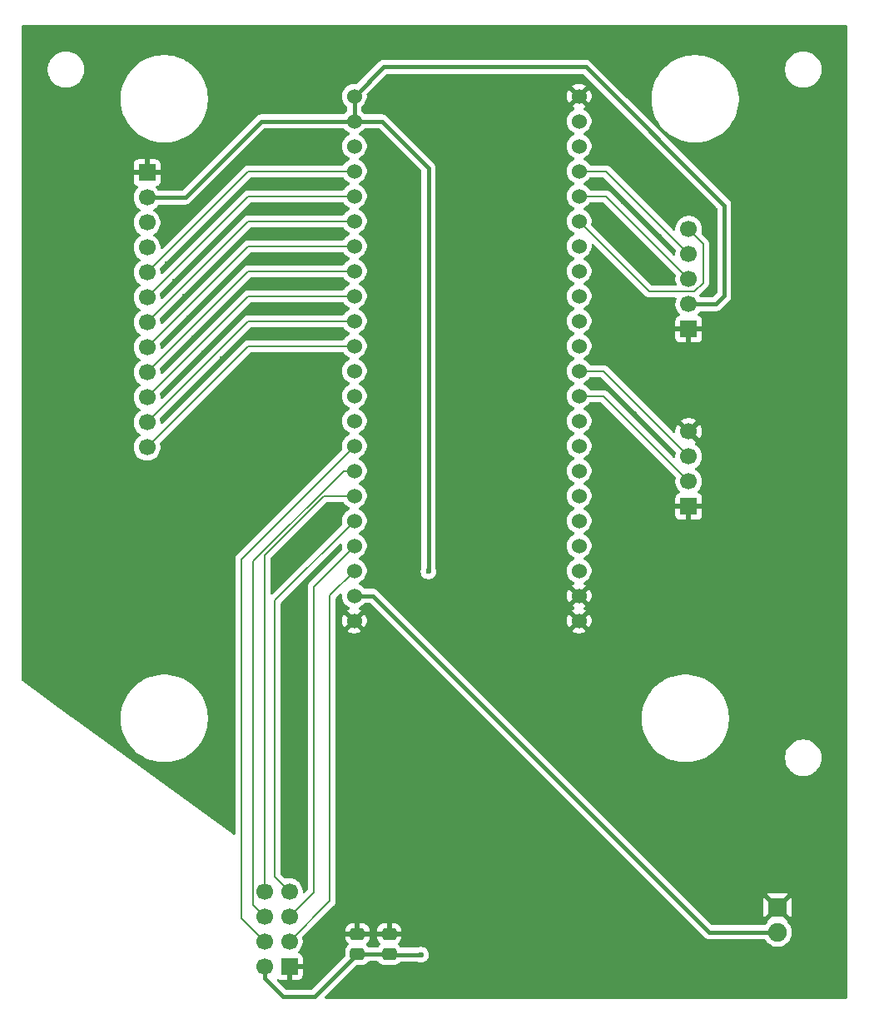
<source format=gbr>
%TF.GenerationSoftware,KiCad,Pcbnew,9.0.6*%
%TF.CreationDate,2026-02-25T03:49:56+07:00*%
%TF.ProjectId,Robot_remote,526f626f-745f-4726-956d-6f74652e6b69,rev?*%
%TF.SameCoordinates,Original*%
%TF.FileFunction,Copper,L1,Top*%
%TF.FilePolarity,Positive*%
%FSLAX46Y46*%
G04 Gerber Fmt 4.6, Leading zero omitted, Abs format (unit mm)*
G04 Created by KiCad (PCBNEW 9.0.6) date 2026-02-25 03:49:56*
%MOMM*%
%LPD*%
G01*
G04 APERTURE LIST*
G04 Aperture macros list*
%AMRoundRect*
0 Rectangle with rounded corners*
0 $1 Rounding radius*
0 $2 $3 $4 $5 $6 $7 $8 $9 X,Y pos of 4 corners*
0 Add a 4 corners polygon primitive as box body*
4,1,4,$2,$3,$4,$5,$6,$7,$8,$9,$2,$3,0*
0 Add four circle primitives for the rounded corners*
1,1,$1+$1,$2,$3*
1,1,$1+$1,$4,$5*
1,1,$1+$1,$6,$7*
1,1,$1+$1,$8,$9*
0 Add four rect primitives between the rounded corners*
20,1,$1+$1,$2,$3,$4,$5,0*
20,1,$1+$1,$4,$5,$6,$7,0*
20,1,$1+$1,$6,$7,$8,$9,0*
20,1,$1+$1,$8,$9,$2,$3,0*%
G04 Aperture macros list end*
%TA.AperFunction,ComponentPad*%
%ADD10R,1.700000X1.700000*%
%TD*%
%TA.AperFunction,ComponentPad*%
%ADD11C,1.700000*%
%TD*%
%TA.AperFunction,SMDPad,CuDef*%
%ADD12RoundRect,0.250000X0.475000X-0.337500X0.475000X0.337500X-0.475000X0.337500X-0.475000X-0.337500X0*%
%TD*%
%TA.AperFunction,ComponentPad*%
%ADD13C,1.530000*%
%TD*%
%TA.AperFunction,ComponentPad*%
%ADD14C,1.905000*%
%TD*%
%TA.AperFunction,ComponentPad*%
%ADD15RoundRect,0.285750X0.666750X0.666750X-0.666750X0.666750X-0.666750X-0.666750X0.666750X-0.666750X0*%
%TD*%
%TA.AperFunction,ViaPad*%
%ADD16C,0.600000*%
%TD*%
%TA.AperFunction,Conductor*%
%ADD17C,0.200000*%
%TD*%
%TA.AperFunction,Conductor*%
%ADD18C,0.400000*%
%TD*%
G04 APERTURE END LIST*
D10*
%TO.P,J3,1,Pin_1*%
%TO.N,GND*%
X98250000Y-57500000D03*
D11*
%TO.P,J3,2,Pin_2*%
%TO.N,+3.3V*%
X98250000Y-60040000D03*
%TO.P,J3,3,Pin_3*%
%TO.N,/NRF_CLK*%
X98250000Y-62580000D03*
%TO.P,J3,4,Pin_4*%
%TO.N,/NRF_MOSI*%
X98250000Y-65120000D03*
%TO.P,J3,5,Pin_5*%
%TO.N,/RES*%
X98250000Y-67660000D03*
%TO.P,J3,6,Pin_6*%
%TO.N,/DC*%
X98250000Y-70200000D03*
%TO.P,J3,7,Pin_7*%
%TO.N,/CS*%
X98250000Y-72740000D03*
%TO.P,J3,8,Pin_8*%
%TO.N,/BLK*%
X98250000Y-75280000D03*
%TO.P,J3,9,Pin_9*%
%TO.N,/TRA*%
X98250000Y-77820000D03*
%TO.P,J3,10,Pin_10*%
%TO.N,/TRB*%
X98250000Y-80360000D03*
%TO.P,J3,11,Pin_11*%
%TO.N,/PUSH*%
X98250000Y-82900000D03*
%TO.P,J3,12,Pin_12*%
%TO.N,/KEY0*%
X98250000Y-85440000D03*
%TD*%
D10*
%TO.P,U1,1,GND*%
%TO.N,GND*%
X112725200Y-138226800D03*
D11*
%TO.P,U1,2,VCC*%
%TO.N,+3.3V*%
X110185200Y-138226800D03*
%TO.P,U1,3,CE*%
%TO.N,/NRF_CE*%
X112725200Y-135686800D03*
%TO.P,U1,4,~{CSN}*%
%TO.N,/NRF_CSN*%
X110185200Y-135686800D03*
%TO.P,U1,5,SCK*%
%TO.N,/NRF_CLK*%
X112725200Y-133146800D03*
%TO.P,U1,6,MOSI*%
%TO.N,/NRF_MOSI*%
X110185200Y-133146800D03*
%TO.P,U1,7,MISO*%
%TO.N,/NRF_MISO*%
X112725200Y-130606800D03*
%TO.P,U1,8,IRQ*%
%TO.N,/NRF_IRQ*%
X110185200Y-130606800D03*
%TD*%
D12*
%TO.P,C2,1*%
%TO.N,+3.3V*%
X122885200Y-136978300D03*
%TO.P,C2,2*%
%TO.N,GND*%
X122885200Y-134903300D03*
%TD*%
%TO.P,C1,1*%
%TO.N,+3.3V*%
X119634000Y-136999800D03*
%TO.P,C1,2*%
%TO.N,GND*%
X119634000Y-134924800D03*
%TD*%
D13*
%TO.P,U3,J1_1,3V3*%
%TO.N,+3.3V*%
X119329200Y-49733200D03*
%TO.P,U3,J1_2,3V3*%
X119329200Y-52273200D03*
%TO.P,U3,J1_3,RST*%
%TO.N,unconnected-(U3-RST-PadJ1_3)*%
X119329200Y-54813200D03*
%TO.P,U3,J1_4,GPIO4*%
%TO.N,/RES*%
X119329200Y-57353200D03*
%TO.P,U3,J1_5,GPIO5*%
%TO.N,/DC*%
X119329200Y-59893200D03*
%TO.P,U3,J1_6,GPIO6*%
%TO.N,/CS*%
X119329200Y-62433200D03*
%TO.P,U3,J1_7,GPIO7*%
%TO.N,/BLK*%
X119329200Y-64973200D03*
%TO.P,U3,J1_8,GPIO15*%
%TO.N,/TRA*%
X119329200Y-67513200D03*
%TO.P,U3,J1_9,GPIO16*%
%TO.N,/TRB*%
X119329200Y-70053200D03*
%TO.P,U3,J1_10,GPIO17*%
%TO.N,/PUSH*%
X119329200Y-72593200D03*
%TO.P,U3,J1_11,GPIO18*%
%TO.N,/KEY0*%
X119329200Y-75133200D03*
%TO.P,U3,J1_12,GPIO8*%
%TO.N,unconnected-(U3-GPIO8-PadJ1_12)*%
X119329200Y-77673200D03*
%TO.P,U3,J1_13,GPIO3*%
%TO.N,unconnected-(U3-GPIO3-PadJ1_13)*%
X119329200Y-80213200D03*
%TO.P,U3,J1_14,GPIO46*%
%TO.N,unconnected-(U3-GPIO46-PadJ1_14)*%
X119329200Y-82753200D03*
%TO.P,U3,J1_15,GPIO9*%
%TO.N,/NRF_CSN*%
X119329200Y-85293200D03*
%TO.P,U3,J1_16,GPIO10*%
%TO.N,/NRF_MOSI*%
X119329200Y-87833200D03*
%TO.P,U3,J1_17,GPIO11*%
%TO.N,/NRF_IRQ*%
X119329200Y-90373200D03*
%TO.P,U3,J1_18,GPIO12*%
%TO.N,/NRF_MISO*%
X119329200Y-92913200D03*
%TO.P,U3,J1_19,GPIO13*%
%TO.N,/NRF_CLK*%
X119329200Y-95453200D03*
%TO.P,U3,J1_20,GPIO14*%
%TO.N,/NRF_CE*%
X119329200Y-97993200D03*
%TO.P,U3,J1_21,5V0*%
%TO.N,+5V*%
X119329200Y-100533200D03*
%TO.P,U3,J1_22,GND*%
%TO.N,GND*%
X119329200Y-103073200D03*
%TO.P,U3,J3_1,GND*%
X142189200Y-49733200D03*
%TO.P,U3,J3_2,U0TXD/GPIO43*%
%TO.N,unconnected-(U3-U0TXD{slash}GPIO43-PadJ3_2)*%
X142189200Y-52273200D03*
%TO.P,U3,J3_3,U0RXD/GPIO44*%
%TO.N,unconnected-(U3-U0RXD{slash}GPIO44-PadJ3_3)*%
X142189200Y-54813200D03*
%TO.P,U3,J3_4,GPIO1*%
%TO.N,/RY*%
X142189200Y-57353200D03*
%TO.P,U3,J3_5,GPIO2*%
%TO.N,/RX*%
X142189200Y-59893200D03*
%TO.P,U3,J3_6,MTMS/GPIO42*%
%TO.N,/SW*%
X142189200Y-62433200D03*
%TO.P,U3,J3_7,MTDI/GPIO41*%
%TO.N,unconnected-(U3-MTDI{slash}GPIO41-PadJ3_7)*%
X142189200Y-64973200D03*
%TO.P,U3,J3_8,MTDO/GPIO40*%
%TO.N,unconnected-(U3-MTDO{slash}GPIO40-PadJ3_8)*%
X142189200Y-67513200D03*
%TO.P,U3,J3_9,MTCK/GPIO39*%
%TO.N,unconnected-(U3-MTCK{slash}GPIO39-PadJ3_9)*%
X142189200Y-70053200D03*
%TO.P,U3,J3_10,GPIO38*%
%TO.N,unconnected-(U3-GPIO38-PadJ3_10)*%
X142189200Y-72593200D03*
%TO.P,U3,J3_11,GPIO37*%
%TO.N,unconnected-(U3-GPIO37-PadJ3_11)*%
X142189200Y-75133200D03*
%TO.P,U3,J3_12,GPIO36*%
%TO.N,/B2*%
X142189200Y-77673200D03*
%TO.P,U3,J3_13,GPIO35*%
%TO.N,/B1*%
X142189200Y-80213200D03*
%TO.P,U3,J3_14,GPIO0*%
%TO.N,unconnected-(U3-GPIO0-PadJ3_14)*%
X142189200Y-82753200D03*
%TO.P,U3,J3_15,GPIO45*%
%TO.N,unconnected-(U3-GPIO45-PadJ3_15)*%
X142189200Y-85293200D03*
%TO.P,U3,J3_16,GPIO48*%
%TO.N,unconnected-(U3-GPIO48-PadJ3_16)*%
X142189200Y-87833200D03*
%TO.P,U3,J3_17,GPIO47*%
%TO.N,unconnected-(U3-GPIO47-PadJ3_17)*%
X142189200Y-90373200D03*
%TO.P,U3,J3_18,GPIO21*%
%TO.N,unconnected-(U3-GPIO21-PadJ3_18)*%
X142189200Y-92913200D03*
%TO.P,U3,J3_19,USB_D+/GPIO20*%
%TO.N,unconnected-(U3-USB_D+{slash}GPIO20-PadJ3_19)*%
X142189200Y-95453200D03*
%TO.P,U3,J3_20,USB_D-/GPIO19*%
%TO.N,unconnected-(U3-USB_D-{slash}GPIO19-PadJ3_20)*%
X142189200Y-97993200D03*
%TO.P,U3,J3_21,GND*%
%TO.N,GND*%
X142189200Y-100533200D03*
%TO.P,U3,J3_22,GND*%
X142189200Y-103073200D03*
%TD*%
D10*
%TO.P,J1,1,Pin_1*%
%TO.N,GND*%
X153349000Y-73406000D03*
D11*
%TO.P,J1,2,Pin_2*%
%TO.N,+3.3V*%
X153349000Y-70866000D03*
%TO.P,J1,3,Pin_3*%
%TO.N,/RX*%
X153349000Y-68326000D03*
%TO.P,J1,4,Pin_4*%
%TO.N,/RY*%
X153349000Y-65786000D03*
%TO.P,J1,5,Pin_5*%
%TO.N,/SW*%
X153349000Y-63246000D03*
%TD*%
D10*
%TO.P,J2,1,Pin_1*%
%TO.N,GND*%
X153349000Y-91440000D03*
D11*
%TO.P,J2,2,Pin_2*%
%TO.N,/B1*%
X153349000Y-88900000D03*
%TO.P,J2,3,Pin_3*%
%TO.N,/B2*%
X153349000Y-86360000D03*
%TO.P,J2,4,Pin_4*%
%TO.N,GND*%
X153349000Y-83820000D03*
%TD*%
D14*
%TO.P,U2,1,VCC*%
%TO.N,+5V*%
X162377000Y-134747000D03*
D15*
%TO.P,U2,2,GND*%
%TO.N,GND*%
X162377000Y-132207000D03*
%TD*%
D16*
%TO.N,GND*%
X155321000Y-124460000D03*
X146558000Y-133350000D03*
X138049000Y-132842000D03*
X121412000Y-115951000D03*
X121666000Y-120904000D03*
X121920000Y-127000000D03*
X164084000Y-67183000D03*
X147955000Y-55753000D03*
X150876000Y-59690000D03*
X146685000Y-60452000D03*
X144526000Y-58674000D03*
X150368000Y-64008000D03*
X144272000Y-78994000D03*
X147828000Y-82042000D03*
X100330000Y-66802000D03*
X101092000Y-68580000D03*
X102108000Y-70104000D03*
X102489000Y-72263000D03*
X102997000Y-74295000D03*
X104013000Y-75819000D03*
X105918000Y-76454000D03*
X116205000Y-73914000D03*
X111887000Y-73914000D03*
X109474000Y-71501000D03*
X116078000Y-71374000D03*
X112395000Y-68707000D03*
X116078000Y-68834000D03*
X111125000Y-66294000D03*
X115824000Y-66167000D03*
X110871000Y-63754000D03*
X115697000Y-63754000D03*
X110871000Y-61214000D03*
X115697000Y-61087000D03*
X110871000Y-58674000D03*
X115951000Y-58674000D03*
X111633000Y-55118000D03*
X115570000Y-55372000D03*
X90805000Y-57277000D03*
X90551000Y-67564000D03*
X91440000Y-78486000D03*
X90805000Y-92964000D03*
X90678000Y-103124000D03*
X99568000Y-98425000D03*
X105156000Y-90424000D03*
X133858000Y-87757000D03*
X133223000Y-76835000D03*
X132715000Y-69215000D03*
X135509000Y-61595000D03*
X134620000Y-54737000D03*
X162179000Y-56769000D03*
X149225000Y-66802000D03*
X147193000Y-64516000D03*
X145669000Y-62992000D03*
X164211000Y-78232000D03*
X158496000Y-77978000D03*
X151384000Y-77724000D03*
X148844000Y-96012000D03*
X154432000Y-95631000D03*
X163703000Y-95250000D03*
X164211000Y-102235000D03*
X158623000Y-102108000D03*
X151511000Y-102235000D03*
X113157000Y-77216000D03*
X113030000Y-79629000D03*
X113030000Y-82677000D03*
%TO.N,+3.3V*%
X126111000Y-137033000D03*
X126873000Y-98044000D03*
%TO.N,GND*%
X137668000Y-124333000D03*
X113157000Y-120269000D03*
X113157000Y-115697000D03*
X113411000Y-111252000D03*
X113284000Y-106934000D03*
X113411000Y-102489000D03*
X115062000Y-93980000D03*
X114173000Y-95631000D03*
X112395000Y-97155000D03*
X114681000Y-86741000D03*
X114808000Y-85471000D03*
X113411000Y-86741000D03*
X113538000Y-84836000D03*
%TD*%
D17*
%TO.N,/KEY0*%
X108556800Y-75133200D02*
X119329200Y-75133200D01*
X98250000Y-85440000D02*
X108556800Y-75133200D01*
D18*
%TO.N,+5V*%
X162377000Y-134747000D02*
X155448000Y-134747000D01*
%TO.N,+3.3V*%
X122939900Y-137033000D02*
X122885200Y-136978300D01*
X126111000Y-137033000D02*
X122939900Y-137033000D01*
X126873000Y-57023000D02*
X126873000Y-98044000D01*
X122123200Y-52273200D02*
X126873000Y-57023000D01*
X119329200Y-52273200D02*
X122123200Y-52273200D01*
X156972000Y-69977000D02*
X156083000Y-70866000D01*
X156972000Y-60833000D02*
X156972000Y-69977000D01*
X142875000Y-46736000D02*
X156972000Y-60833000D01*
X122326400Y-46736000D02*
X142875000Y-46736000D01*
X119329200Y-49733200D02*
X122326400Y-46736000D01*
X156083000Y-70866000D02*
X153349000Y-70866000D01*
X119329200Y-49733200D02*
X119329200Y-52273200D01*
X109905800Y-52273200D02*
X102139000Y-60040000D01*
X119329200Y-52273200D02*
X109905800Y-52273200D01*
X102139000Y-60040000D02*
X98250000Y-60040000D01*
%TO.N,+5V*%
X121234200Y-100533200D02*
X119329200Y-100533200D01*
X155448000Y-134747000D02*
X121234200Y-100533200D01*
D17*
%TO.N,/SW*%
X149352000Y-69596000D02*
X142189200Y-62433200D01*
X154813000Y-64710000D02*
X154813000Y-68707000D01*
X153924000Y-69596000D02*
X149352000Y-69596000D01*
X153349000Y-63246000D02*
X154813000Y-64710000D01*
X154813000Y-68707000D02*
X153924000Y-69596000D01*
%TO.N,/B1*%
X144662200Y-80213200D02*
X142189200Y-80213200D01*
X153349000Y-88900000D02*
X144662200Y-80213200D01*
%TO.N,/B2*%
X144662200Y-77673200D02*
X142189200Y-77673200D01*
X153349000Y-86360000D02*
X144662200Y-77673200D01*
%TO.N,/RX*%
X144916200Y-59893200D02*
X142189200Y-59893200D01*
X153349000Y-68326000D02*
X144916200Y-59893200D01*
%TO.N,/RY*%
X144916200Y-57353200D02*
X142189200Y-57353200D01*
X153349000Y-65786000D02*
X144916200Y-57353200D01*
%TO.N,/PUSH*%
X108556800Y-72593200D02*
X119329200Y-72593200D01*
X98250000Y-82900000D02*
X108556800Y-72593200D01*
%TO.N,/TRB*%
X108556800Y-70053200D02*
X119329200Y-70053200D01*
X98250000Y-80360000D02*
X108556800Y-70053200D01*
%TO.N,/TRA*%
X98250000Y-77820000D02*
X108556800Y-67513200D01*
X108556800Y-67513200D02*
X119329200Y-67513200D01*
%TO.N,/BLK*%
X98250000Y-75280000D02*
X108556800Y-64973200D01*
X108556800Y-64973200D02*
X119329200Y-64973200D01*
%TO.N,/CS*%
X108556800Y-62433200D02*
X119329200Y-62433200D01*
X98250000Y-72740000D02*
X108556800Y-62433200D01*
%TO.N,/DC*%
X98250000Y-70200000D02*
X108556800Y-59893200D01*
X108556800Y-59893200D02*
X119329200Y-59893200D01*
%TO.N,/RES*%
X108556800Y-57353200D02*
X119329200Y-57353200D01*
X98250000Y-67660000D02*
X108556800Y-57353200D01*
D18*
%TO.N,+3.3V*%
X112089000Y-141299000D02*
X110185200Y-139395200D01*
X115334800Y-141299000D02*
X112089000Y-141299000D01*
X119634000Y-136999800D02*
X115334800Y-141299000D01*
X110185200Y-139395200D02*
X110185200Y-138226800D01*
X119655500Y-136978300D02*
X119634000Y-136999800D01*
X122885200Y-136978300D02*
X119655500Y-136978300D01*
D17*
%TO.N,/NRF_CLK*%
X115189000Y-130683000D02*
X112725200Y-133146800D01*
X115189000Y-99593400D02*
X115189000Y-130683000D01*
X119329200Y-95453200D02*
X115189000Y-99593400D01*
%TO.N,/NRF_CE*%
X116840000Y-100482400D02*
X116840000Y-131572000D01*
X116840000Y-131572000D02*
X112725200Y-135686800D01*
X119329200Y-97993200D02*
X116840000Y-100482400D01*
%TO.N,/NRF_CSN*%
X107823000Y-133324600D02*
X110185200Y-135686800D01*
X119329200Y-85293200D02*
X107823000Y-96799400D01*
X107823000Y-96799400D02*
X107823000Y-133324600D01*
%TO.N,/NRF_MOSI*%
X109034200Y-131995800D02*
X110185200Y-133146800D01*
X109034200Y-97027700D02*
X109034200Y-131995800D01*
X118228700Y-87833200D02*
X109034200Y-97027700D01*
X119329200Y-87833200D02*
X118228700Y-87833200D01*
%TO.N,/NRF_MISO*%
X111252000Y-129133600D02*
X112725200Y-130606800D01*
X111252000Y-100990400D02*
X111252000Y-129133600D01*
X119329200Y-92913200D02*
X111252000Y-100990400D01*
%TO.N,/NRF_IRQ*%
X110185200Y-96443800D02*
X116255800Y-90373200D01*
X110185200Y-130606800D02*
X110185200Y-96443800D01*
X116255800Y-90373200D02*
X119329200Y-90373200D01*
%TD*%
%TA.AperFunction,Conductor*%
%TO.N,GND*%
G36*
X169442539Y-42520185D02*
G01*
X169488294Y-42572989D01*
X169499500Y-42624500D01*
X169499500Y-141375500D01*
X169479815Y-141442539D01*
X169427011Y-141488294D01*
X169375500Y-141499500D01*
X116424319Y-141499500D01*
X116357280Y-141479815D01*
X116311525Y-141427011D01*
X116301581Y-141357853D01*
X116330606Y-141294297D01*
X116336638Y-141287819D01*
X119500338Y-138124118D01*
X119561661Y-138090633D01*
X119588019Y-138087799D01*
X120159002Y-138087799D01*
X120159008Y-138087799D01*
X120261797Y-138077299D01*
X120428334Y-138022114D01*
X120577656Y-137930012D01*
X120701712Y-137805956D01*
X120743811Y-137737703D01*
X120795758Y-137690979D01*
X120849349Y-137678800D01*
X121683112Y-137678800D01*
X121750151Y-137698485D01*
X121788649Y-137737701D01*
X121817488Y-137784456D01*
X121941544Y-137908512D01*
X122090866Y-138000614D01*
X122257403Y-138055799D01*
X122360191Y-138066300D01*
X123410208Y-138066299D01*
X123410216Y-138066298D01*
X123410219Y-138066298D01*
X123466502Y-138060548D01*
X123512997Y-138055799D01*
X123679534Y-138000614D01*
X123828856Y-137908512D01*
X123952912Y-137784456D01*
X123952914Y-137784453D01*
X123955972Y-137780587D01*
X124012995Y-137740211D01*
X124053236Y-137733500D01*
X125685684Y-137733500D01*
X125733136Y-137742939D01*
X125877498Y-137802735D01*
X125877503Y-137802737D01*
X126032153Y-137833499D01*
X126032156Y-137833500D01*
X126032158Y-137833500D01*
X126189844Y-137833500D01*
X126189845Y-137833499D01*
X126344497Y-137802737D01*
X126490179Y-137742394D01*
X126621289Y-137654789D01*
X126732789Y-137543289D01*
X126820394Y-137412179D01*
X126880737Y-137266497D01*
X126911500Y-137111842D01*
X126911500Y-136954158D01*
X126911500Y-136954155D01*
X126911499Y-136954153D01*
X126907380Y-136933446D01*
X126880737Y-136799503D01*
X126831451Y-136680514D01*
X126820397Y-136653827D01*
X126820390Y-136653814D01*
X126732789Y-136522711D01*
X126732786Y-136522707D01*
X126621292Y-136411213D01*
X126621288Y-136411210D01*
X126490185Y-136323609D01*
X126490172Y-136323602D01*
X126344501Y-136263264D01*
X126344489Y-136263261D01*
X126189845Y-136232500D01*
X126189842Y-136232500D01*
X126032158Y-136232500D01*
X126032155Y-136232500D01*
X125877510Y-136263261D01*
X125877498Y-136263264D01*
X125733136Y-136323061D01*
X125685684Y-136332500D01*
X124121027Y-136332500D01*
X124053988Y-136312815D01*
X124015488Y-136273597D01*
X123952912Y-136172144D01*
X123828856Y-136048088D01*
X123825542Y-136046043D01*
X123823746Y-136044048D01*
X123823189Y-136043607D01*
X123823264Y-136043511D01*
X123778818Y-135994097D01*
X123767597Y-135925134D01*
X123795440Y-135861052D01*
X123825548Y-135834965D01*
X123828542Y-135833118D01*
X123952515Y-135709145D01*
X124044556Y-135559924D01*
X124044558Y-135559919D01*
X124099705Y-135393497D01*
X124099706Y-135393490D01*
X124110199Y-135290786D01*
X124110200Y-135290773D01*
X124110200Y-135153300D01*
X121660201Y-135153300D01*
X121660201Y-135290786D01*
X121670694Y-135393497D01*
X121725841Y-135559919D01*
X121725843Y-135559924D01*
X121817884Y-135709145D01*
X121941855Y-135833116D01*
X121941859Y-135833119D01*
X121944856Y-135834968D01*
X121946479Y-135836772D01*
X121947523Y-135837598D01*
X121947381Y-135837776D01*
X121991581Y-135886916D01*
X122002802Y-135955879D01*
X121974959Y-136019961D01*
X121944861Y-136046041D01*
X121941549Y-136048083D01*
X121941543Y-136048088D01*
X121817489Y-136172142D01*
X121817488Y-136172144D01*
X121797091Y-136205214D01*
X121788651Y-136218897D01*
X121736703Y-136265621D01*
X121683112Y-136277800D01*
X120822827Y-136277800D01*
X120755788Y-136258115D01*
X120717289Y-136218898D01*
X120701712Y-136193644D01*
X120577657Y-136069589D01*
X120577656Y-136069588D01*
X120574342Y-136067543D01*
X120572546Y-136065548D01*
X120571989Y-136065107D01*
X120572064Y-136065011D01*
X120527618Y-136015597D01*
X120516397Y-135946634D01*
X120544240Y-135882552D01*
X120574348Y-135856465D01*
X120577342Y-135854618D01*
X120701315Y-135730645D01*
X120793356Y-135581424D01*
X120793358Y-135581419D01*
X120848505Y-135414997D01*
X120848506Y-135414990D01*
X120858999Y-135312286D01*
X120859000Y-135312273D01*
X120859000Y-135174800D01*
X118409001Y-135174800D01*
X118409001Y-135312286D01*
X118419494Y-135414997D01*
X118474641Y-135581419D01*
X118474643Y-135581424D01*
X118566684Y-135730645D01*
X118690655Y-135854616D01*
X118690659Y-135854619D01*
X118693656Y-135856468D01*
X118695279Y-135858272D01*
X118696323Y-135859098D01*
X118696181Y-135859276D01*
X118740381Y-135908416D01*
X118751602Y-135977379D01*
X118723759Y-136041461D01*
X118693661Y-136067541D01*
X118690349Y-136069583D01*
X118690343Y-136069588D01*
X118566289Y-136193642D01*
X118474187Y-136342963D01*
X118474185Y-136342968D01*
X118451572Y-136411210D01*
X118419001Y-136509503D01*
X118419001Y-136509504D01*
X118419000Y-136509504D01*
X118408500Y-136612283D01*
X118408500Y-137183280D01*
X118388815Y-137250319D01*
X118372181Y-137270961D01*
X115080962Y-140562181D01*
X115019639Y-140595666D01*
X114993281Y-140598500D01*
X112430519Y-140598500D01*
X112363480Y-140578815D01*
X112342838Y-140562181D01*
X111506205Y-139725548D01*
X111472720Y-139664225D01*
X111477704Y-139594533D01*
X111519576Y-139538600D01*
X111585040Y-139514183D01*
X111637220Y-139521685D01*
X111767823Y-139570397D01*
X111767827Y-139570398D01*
X111827355Y-139576799D01*
X111827372Y-139576800D01*
X112475200Y-139576800D01*
X112475200Y-138659812D01*
X112532207Y-138692725D01*
X112659374Y-138726800D01*
X112791026Y-138726800D01*
X112918193Y-138692725D01*
X112975200Y-138659812D01*
X112975200Y-139576800D01*
X113623028Y-139576800D01*
X113623044Y-139576799D01*
X113682572Y-139570398D01*
X113682579Y-139570396D01*
X113817286Y-139520154D01*
X113817293Y-139520150D01*
X113932387Y-139433990D01*
X113932390Y-139433987D01*
X114018550Y-139318893D01*
X114018554Y-139318886D01*
X114068796Y-139184179D01*
X114068798Y-139184172D01*
X114075199Y-139124644D01*
X114075200Y-139124627D01*
X114075200Y-138476800D01*
X113158212Y-138476800D01*
X113191125Y-138419793D01*
X113225200Y-138292626D01*
X113225200Y-138160974D01*
X113191125Y-138033807D01*
X113158212Y-137976800D01*
X114075200Y-137976800D01*
X114075200Y-137328972D01*
X114075199Y-137328955D01*
X114068798Y-137269427D01*
X114068796Y-137269420D01*
X114018554Y-137134713D01*
X114018550Y-137134706D01*
X113932390Y-137019612D01*
X113932387Y-137019609D01*
X113817293Y-136933449D01*
X113817288Y-136933446D01*
X113685728Y-136884377D01*
X113629795Y-136842505D01*
X113605378Y-136777041D01*
X113620230Y-136708768D01*
X113641375Y-136680520D01*
X113755304Y-136566592D01*
X113880251Y-136394616D01*
X113976757Y-136205212D01*
X114042446Y-136003043D01*
X114075700Y-135793087D01*
X114075700Y-135580513D01*
X114042446Y-135370557D01*
X114028706Y-135328273D01*
X114026712Y-135258435D01*
X114058955Y-135202278D01*
X114723920Y-134537313D01*
X118409000Y-134537313D01*
X118409000Y-134674800D01*
X119384000Y-134674800D01*
X119884000Y-134674800D01*
X120858999Y-134674800D01*
X120858999Y-134537328D01*
X120858997Y-134537303D01*
X120857768Y-134525262D01*
X120856803Y-134515813D01*
X121660200Y-134515813D01*
X121660200Y-134653300D01*
X122635200Y-134653300D01*
X123135200Y-134653300D01*
X124110199Y-134653300D01*
X124110199Y-134515828D01*
X124110198Y-134515813D01*
X124099705Y-134413102D01*
X124044558Y-134246680D01*
X124044556Y-134246675D01*
X123952515Y-134097454D01*
X123828545Y-133973484D01*
X123679324Y-133881443D01*
X123679319Y-133881441D01*
X123512897Y-133826294D01*
X123512890Y-133826293D01*
X123410186Y-133815800D01*
X123135200Y-133815800D01*
X123135200Y-134653300D01*
X122635200Y-134653300D01*
X122635200Y-133815800D01*
X122360229Y-133815800D01*
X122360212Y-133815801D01*
X122257502Y-133826294D01*
X122091080Y-133881441D01*
X122091075Y-133881443D01*
X121941854Y-133973484D01*
X121817884Y-134097454D01*
X121725843Y-134246675D01*
X121725841Y-134246680D01*
X121670694Y-134413102D01*
X121670693Y-134413109D01*
X121660200Y-134515813D01*
X120856803Y-134515813D01*
X120848505Y-134434602D01*
X120793358Y-134268180D01*
X120793356Y-134268175D01*
X120701315Y-134118954D01*
X120577345Y-133994984D01*
X120428124Y-133902943D01*
X120428119Y-133902941D01*
X120261697Y-133847794D01*
X120261690Y-133847793D01*
X120158986Y-133837300D01*
X119884000Y-133837300D01*
X119884000Y-134674800D01*
X119384000Y-134674800D01*
X119384000Y-133837300D01*
X119109029Y-133837300D01*
X119109012Y-133837301D01*
X119006302Y-133847794D01*
X118839880Y-133902941D01*
X118839875Y-133902943D01*
X118690654Y-133994984D01*
X118566684Y-134118954D01*
X118474643Y-134268175D01*
X118474641Y-134268180D01*
X118419494Y-134434602D01*
X118419493Y-134434609D01*
X118409000Y-134537313D01*
X114723920Y-134537313D01*
X117198506Y-132062728D01*
X117198511Y-132062724D01*
X117208714Y-132052520D01*
X117208716Y-132052520D01*
X117320520Y-131940716D01*
X117384699Y-131829554D01*
X117399577Y-131803785D01*
X117440501Y-131651057D01*
X117440501Y-131492943D01*
X117440501Y-131485348D01*
X117440500Y-131485330D01*
X117440500Y-100782496D01*
X117460185Y-100715457D01*
X117476815Y-100694819D01*
X117855136Y-100316498D01*
X117916456Y-100283015D01*
X117986147Y-100287999D01*
X118042081Y-100329870D01*
X118066498Y-100395335D01*
X118065288Y-100423572D01*
X118063700Y-100433600D01*
X118063700Y-100632796D01*
X118094861Y-100829540D01*
X118094861Y-100829543D01*
X118156413Y-101018980D01*
X118156415Y-101018983D01*
X118246847Y-101196466D01*
X118363931Y-101357618D01*
X118504782Y-101498469D01*
X118665934Y-101615553D01*
X118756109Y-101661499D01*
X118817922Y-101692995D01*
X118868718Y-101740970D01*
X118885513Y-101808791D01*
X118862976Y-101874926D01*
X118817923Y-101913964D01*
X118666193Y-101991275D01*
X118628335Y-102018780D01*
X118628335Y-102018781D01*
X119191625Y-102582071D01*
X119132347Y-102597955D01*
X119016053Y-102665098D01*
X118921098Y-102760053D01*
X118853955Y-102876347D01*
X118838071Y-102935625D01*
X118274781Y-102372335D01*
X118274780Y-102372335D01*
X118247277Y-102410190D01*
X118156879Y-102587605D01*
X118095347Y-102776977D01*
X118064200Y-102973636D01*
X118064200Y-103172763D01*
X118095347Y-103369422D01*
X118156879Y-103558794D01*
X118247277Y-103736208D01*
X118274780Y-103774063D01*
X118274781Y-103774064D01*
X118838071Y-103210774D01*
X118853955Y-103270053D01*
X118921098Y-103386347D01*
X119016053Y-103481302D01*
X119132347Y-103548445D01*
X119191625Y-103564328D01*
X118628334Y-104127617D01*
X118666194Y-104155124D01*
X118843605Y-104245520D01*
X119032977Y-104307052D01*
X119229637Y-104338200D01*
X119428763Y-104338200D01*
X119625422Y-104307052D01*
X119814794Y-104245520D01*
X119992205Y-104155124D01*
X120030063Y-104127618D01*
X120030063Y-104127617D01*
X119466774Y-103564328D01*
X119526053Y-103548445D01*
X119642347Y-103481302D01*
X119737302Y-103386347D01*
X119804445Y-103270053D01*
X119820328Y-103210774D01*
X120383617Y-103774063D01*
X120383618Y-103774063D01*
X120411124Y-103736205D01*
X120501520Y-103558794D01*
X120563052Y-103369422D01*
X120594200Y-103172763D01*
X120594200Y-102973636D01*
X120563052Y-102776977D01*
X120501520Y-102587605D01*
X120411124Y-102410194D01*
X120383617Y-102372335D01*
X120383617Y-102372334D01*
X119820328Y-102935624D01*
X119804445Y-102876347D01*
X119737302Y-102760053D01*
X119642347Y-102665098D01*
X119526053Y-102597955D01*
X119466774Y-102582071D01*
X120030064Y-102018781D01*
X120030063Y-102018780D01*
X119992208Y-101991277D01*
X119840477Y-101913965D01*
X119789681Y-101865990D01*
X119772886Y-101798169D01*
X119795424Y-101732034D01*
X119840477Y-101692995D01*
X119841027Y-101692715D01*
X119992466Y-101615553D01*
X120153618Y-101498469D01*
X120294469Y-101357618D01*
X120347364Y-101284813D01*
X120402694Y-101242149D01*
X120447682Y-101233700D01*
X120892681Y-101233700D01*
X120959720Y-101253385D01*
X120980362Y-101270019D01*
X155001453Y-135291111D01*
X155001454Y-135291112D01*
X155116192Y-135367777D01*
X155230176Y-135414990D01*
X155243672Y-135420580D01*
X155243676Y-135420580D01*
X155243677Y-135420581D01*
X155379003Y-135447500D01*
X155379006Y-135447500D01*
X155379007Y-135447500D01*
X161027436Y-135447500D01*
X161094475Y-135467185D01*
X161131226Y-135504735D01*
X161131419Y-135504596D01*
X161132366Y-135505899D01*
X161133169Y-135506720D01*
X161134281Y-135508536D01*
X161171614Y-135559919D01*
X161268714Y-135693566D01*
X161430434Y-135855286D01*
X161615462Y-135989717D01*
X161768208Y-136067545D01*
X161819244Y-136093549D01*
X162036751Y-136164221D01*
X162036752Y-136164221D01*
X162036755Y-136164222D01*
X162262646Y-136200000D01*
X162262647Y-136200000D01*
X162491353Y-136200000D01*
X162491354Y-136200000D01*
X162717245Y-136164222D01*
X162717248Y-136164221D01*
X162717249Y-136164221D01*
X162934755Y-136093549D01*
X162934755Y-136093548D01*
X162934758Y-136093548D01*
X163138538Y-135989717D01*
X163323566Y-135855286D01*
X163485286Y-135693566D01*
X163619717Y-135508538D01*
X163723548Y-135304758D01*
X163739388Y-135256008D01*
X163794221Y-135087249D01*
X163794221Y-135087248D01*
X163794222Y-135087245D01*
X163830000Y-134861354D01*
X163830000Y-134632646D01*
X163794222Y-134406755D01*
X163794221Y-134406751D01*
X163794221Y-134406750D01*
X163723549Y-134189244D01*
X163717261Y-134176904D01*
X163619717Y-133985462D01*
X163485286Y-133800434D01*
X163425424Y-133740572D01*
X163391939Y-133679249D01*
X163389884Y-133639012D01*
X163396522Y-133580074D01*
X162465585Y-132649137D01*
X162550694Y-132626333D01*
X162653306Y-132567090D01*
X162737090Y-132483306D01*
X162796333Y-132380694D01*
X162819137Y-132295585D01*
X163750075Y-133226523D01*
X163756163Y-133216836D01*
X163756167Y-133216827D01*
X163814648Y-133049696D01*
X163829499Y-132917884D01*
X163829500Y-132917880D01*
X163829500Y-131496119D01*
X163829499Y-131496115D01*
X163814648Y-131364304D01*
X163756166Y-131197170D01*
X163750074Y-131187476D01*
X162819137Y-132118413D01*
X162796333Y-132033306D01*
X162737090Y-131930694D01*
X162653306Y-131846910D01*
X162550694Y-131787667D01*
X162465586Y-131764862D01*
X163396523Y-130833923D01*
X163386834Y-130827836D01*
X163219694Y-130769351D01*
X163087884Y-130754500D01*
X161666115Y-130754500D01*
X161534304Y-130769351D01*
X161367166Y-130827835D01*
X161357475Y-130833923D01*
X162288414Y-131764862D01*
X162203306Y-131787667D01*
X162100694Y-131846910D01*
X162016910Y-131930694D01*
X161957667Y-132033306D01*
X161934862Y-132118414D01*
X161003923Y-131187475D01*
X160997835Y-131197166D01*
X160939351Y-131364304D01*
X160924500Y-131496115D01*
X160924500Y-132917884D01*
X160939351Y-133049694D01*
X160997836Y-133216834D01*
X161003923Y-133226522D01*
X161934862Y-132295585D01*
X161957667Y-132380694D01*
X162016910Y-132483306D01*
X162100694Y-132567090D01*
X162203306Y-132626333D01*
X162288414Y-132649137D01*
X161357476Y-133580074D01*
X161364115Y-133639011D01*
X161352058Y-133707832D01*
X161328576Y-133740572D01*
X161268713Y-133800434D01*
X161134281Y-133985463D01*
X161133169Y-133987280D01*
X161132565Y-133987826D01*
X161131419Y-133989404D01*
X161131087Y-133989163D01*
X161081362Y-134034160D01*
X161027436Y-134046500D01*
X155789519Y-134046500D01*
X155722480Y-134026815D01*
X155701838Y-134010181D01*
X152658717Y-130967060D01*
X134582320Y-112890662D01*
X134497341Y-112805683D01*
X148549500Y-112805683D01*
X148549500Y-113194316D01*
X148583371Y-113581462D01*
X148583371Y-113581466D01*
X148650853Y-113964172D01*
X148650857Y-113964189D01*
X148751435Y-114339555D01*
X148884362Y-114704768D01*
X149048587Y-115056952D01*
X149048600Y-115056976D01*
X149242905Y-115393521D01*
X149242914Y-115393536D01*
X149465821Y-115711880D01*
X149656358Y-115938952D01*
X149715621Y-116009579D01*
X149990421Y-116284379D01*
X150096361Y-116373273D01*
X150288119Y-116534178D01*
X150288125Y-116534182D01*
X150288126Y-116534183D01*
X150606470Y-116757090D01*
X150921894Y-116939200D01*
X150943023Y-116951399D01*
X150943047Y-116951412D01*
X151295231Y-117115637D01*
X151295236Y-117115638D01*
X151295245Y-117115643D01*
X151660434Y-117248561D01*
X151660440Y-117248562D01*
X151660444Y-117248564D01*
X151762666Y-117275954D01*
X152035818Y-117349145D01*
X152418540Y-117416629D01*
X152805685Y-117450499D01*
X152805686Y-117450500D01*
X152805687Y-117450500D01*
X153194314Y-117450500D01*
X153194314Y-117450499D01*
X153581460Y-117416629D01*
X153964182Y-117349145D01*
X154339566Y-117248561D01*
X154704755Y-117115643D01*
X154704768Y-117115637D01*
X155056952Y-116951412D01*
X155056960Y-116951407D01*
X155056970Y-116951403D01*
X155182876Y-116878711D01*
X163149500Y-116878711D01*
X163149500Y-117121288D01*
X163179497Y-117349146D01*
X163181162Y-117361789D01*
X163204932Y-117450499D01*
X163243947Y-117596104D01*
X163336773Y-117820205D01*
X163336776Y-117820212D01*
X163458064Y-118030289D01*
X163458066Y-118030292D01*
X163458067Y-118030293D01*
X163605733Y-118222736D01*
X163605739Y-118222743D01*
X163777256Y-118394260D01*
X163777262Y-118394265D01*
X163969711Y-118541936D01*
X164179788Y-118663224D01*
X164403900Y-118756054D01*
X164638211Y-118818838D01*
X164818586Y-118842584D01*
X164878711Y-118850500D01*
X164878712Y-118850500D01*
X165121289Y-118850500D01*
X165169388Y-118844167D01*
X165361789Y-118818838D01*
X165596100Y-118756054D01*
X165820212Y-118663224D01*
X166030289Y-118541936D01*
X166222738Y-118394265D01*
X166394265Y-118222738D01*
X166541936Y-118030289D01*
X166663224Y-117820212D01*
X166756054Y-117596100D01*
X166818838Y-117361789D01*
X166850500Y-117121288D01*
X166850500Y-116878712D01*
X166818838Y-116638211D01*
X166756054Y-116403900D01*
X166663224Y-116179788D01*
X166541936Y-115969711D01*
X166394265Y-115777262D01*
X166394260Y-115777256D01*
X166222743Y-115605739D01*
X166222736Y-115605733D01*
X166030293Y-115458067D01*
X166030292Y-115458066D01*
X166030289Y-115458064D01*
X165820212Y-115336776D01*
X165820205Y-115336773D01*
X165596104Y-115243947D01*
X165361785Y-115181161D01*
X165121289Y-115149500D01*
X165121288Y-115149500D01*
X164878712Y-115149500D01*
X164878711Y-115149500D01*
X164638214Y-115181161D01*
X164403895Y-115243947D01*
X164179794Y-115336773D01*
X164179785Y-115336777D01*
X163969706Y-115458067D01*
X163777263Y-115605733D01*
X163777256Y-115605739D01*
X163605739Y-115777256D01*
X163605733Y-115777263D01*
X163458067Y-115969706D01*
X163336777Y-116179785D01*
X163336773Y-116179794D01*
X163243947Y-116403895D01*
X163181161Y-116638214D01*
X163149500Y-116878711D01*
X155182876Y-116878711D01*
X155393530Y-116757090D01*
X155711874Y-116534183D01*
X156009579Y-116284379D01*
X156284379Y-116009579D01*
X156534183Y-115711874D01*
X156757090Y-115393530D01*
X156951403Y-115056970D01*
X156951407Y-115056960D01*
X156951412Y-115056952D01*
X157115637Y-114704768D01*
X157115637Y-114704767D01*
X157115643Y-114704755D01*
X157248561Y-114339566D01*
X157349145Y-113964182D01*
X157416629Y-113581460D01*
X157450500Y-113194313D01*
X157450500Y-112805687D01*
X157416629Y-112418540D01*
X157349145Y-112035818D01*
X157248561Y-111660434D01*
X157115643Y-111295245D01*
X157115638Y-111295236D01*
X157115637Y-111295231D01*
X156951412Y-110943047D01*
X156951399Y-110943023D01*
X156939200Y-110921894D01*
X156757090Y-110606470D01*
X156534183Y-110288126D01*
X156534182Y-110288125D01*
X156534178Y-110288119D01*
X156284376Y-109990418D01*
X156009581Y-109715623D01*
X155711880Y-109465821D01*
X155393536Y-109242914D01*
X155393533Y-109242912D01*
X155393530Y-109242910D01*
X155161349Y-109108860D01*
X155056976Y-109048600D01*
X155056952Y-109048587D01*
X154704768Y-108884362D01*
X154704757Y-108884358D01*
X154704755Y-108884357D01*
X154339566Y-108751439D01*
X154339565Y-108751438D01*
X154339555Y-108751435D01*
X153964189Y-108650857D01*
X153964192Y-108650857D01*
X153964182Y-108650855D01*
X153964176Y-108650853D01*
X153964172Y-108650853D01*
X153581464Y-108583371D01*
X153194316Y-108549500D01*
X153194313Y-108549500D01*
X152805687Y-108549500D01*
X152805683Y-108549500D01*
X152418537Y-108583371D01*
X152418533Y-108583371D01*
X152035827Y-108650853D01*
X152035810Y-108650857D01*
X151660444Y-108751435D01*
X151295231Y-108884362D01*
X150943047Y-109048587D01*
X150943023Y-109048600D01*
X150606478Y-109242905D01*
X150606463Y-109242914D01*
X150288119Y-109465821D01*
X149990418Y-109715623D01*
X149715623Y-109990418D01*
X149465821Y-110288119D01*
X149242914Y-110606463D01*
X149242905Y-110606478D01*
X149048600Y-110943023D01*
X149048587Y-110943047D01*
X148884362Y-111295231D01*
X148751435Y-111660444D01*
X148650857Y-112035810D01*
X148650853Y-112035827D01*
X148583371Y-112418533D01*
X148583371Y-112418537D01*
X148549500Y-112805683D01*
X134497341Y-112805683D01*
X121680745Y-99989087D01*
X121566007Y-99912422D01*
X121438532Y-99859621D01*
X121438522Y-99859618D01*
X121303196Y-99832700D01*
X121303194Y-99832700D01*
X121303193Y-99832700D01*
X120447682Y-99832700D01*
X120380643Y-99813015D01*
X120347364Y-99781586D01*
X120294469Y-99708782D01*
X120153618Y-99567931D01*
X119992466Y-99450847D01*
X119880627Y-99393862D01*
X119841027Y-99373685D01*
X119790231Y-99325710D01*
X119773436Y-99257889D01*
X119795973Y-99191754D01*
X119841027Y-99152715D01*
X119850316Y-99147981D01*
X119992466Y-99075553D01*
X120153618Y-98958469D01*
X120294469Y-98817618D01*
X120411553Y-98656466D01*
X120501985Y-98478983D01*
X120562218Y-98293604D01*
X120563538Y-98289543D01*
X120563538Y-98289542D01*
X120563539Y-98289539D01*
X120594700Y-98092797D01*
X120594700Y-97893603D01*
X120563539Y-97696861D01*
X120563538Y-97696857D01*
X120563538Y-97696856D01*
X120501986Y-97507419D01*
X120411552Y-97329933D01*
X120294469Y-97168782D01*
X120153618Y-97027931D01*
X119992466Y-96910847D01*
X119841027Y-96833685D01*
X119790231Y-96785710D01*
X119773436Y-96717889D01*
X119795973Y-96651754D01*
X119841027Y-96612715D01*
X119850316Y-96607981D01*
X119992466Y-96535553D01*
X120153618Y-96418469D01*
X120294469Y-96277618D01*
X120411553Y-96116466D01*
X120501985Y-95938983D01*
X120562218Y-95753604D01*
X120563538Y-95749543D01*
X120563538Y-95749542D01*
X120563539Y-95749539D01*
X120594700Y-95552797D01*
X120594700Y-95353603D01*
X120563539Y-95156861D01*
X120563538Y-95156857D01*
X120563538Y-95156856D01*
X120501986Y-94967419D01*
X120411552Y-94789933D01*
X120294469Y-94628782D01*
X120153618Y-94487931D01*
X119992466Y-94370847D01*
X119841027Y-94293685D01*
X119790231Y-94245710D01*
X119773436Y-94177889D01*
X119795973Y-94111754D01*
X119841027Y-94072715D01*
X119850316Y-94067981D01*
X119992466Y-93995553D01*
X120153618Y-93878469D01*
X120294469Y-93737618D01*
X120411553Y-93576466D01*
X120501985Y-93398983D01*
X120563539Y-93209539D01*
X120594700Y-93012797D01*
X120594700Y-92813603D01*
X120563539Y-92616861D01*
X120563538Y-92616857D01*
X120563538Y-92616856D01*
X120501986Y-92427419D01*
X120456345Y-92337844D01*
X120411553Y-92249934D01*
X120294469Y-92088782D01*
X120153618Y-91947931D01*
X119992466Y-91830847D01*
X119841027Y-91753685D01*
X119790231Y-91705710D01*
X119773436Y-91637889D01*
X119795973Y-91571754D01*
X119841027Y-91532715D01*
X119850316Y-91527981D01*
X119992466Y-91455553D01*
X120153618Y-91338469D01*
X120294469Y-91197618D01*
X120411553Y-91036466D01*
X120501985Y-90858983D01*
X120563539Y-90669539D01*
X120594700Y-90472797D01*
X120594700Y-90273603D01*
X120563539Y-90076861D01*
X120563538Y-90076857D01*
X120563538Y-90076856D01*
X120501986Y-89887419D01*
X120437250Y-89760367D01*
X120411553Y-89709934D01*
X120294469Y-89548782D01*
X120153618Y-89407931D01*
X119992466Y-89290847D01*
X119846047Y-89216243D01*
X119841027Y-89213685D01*
X119790231Y-89165710D01*
X119773436Y-89097889D01*
X119795973Y-89031754D01*
X119841027Y-88992715D01*
X119850316Y-88987981D01*
X119992466Y-88915553D01*
X120153618Y-88798469D01*
X120294469Y-88657618D01*
X120411553Y-88496466D01*
X120501985Y-88318983D01*
X120501986Y-88318980D01*
X120563538Y-88129543D01*
X120563538Y-88129542D01*
X120563539Y-88129539D01*
X120594700Y-87932797D01*
X120594700Y-87733603D01*
X120563539Y-87536861D01*
X120563538Y-87536857D01*
X120563538Y-87536856D01*
X120501986Y-87347419D01*
X120411552Y-87169933D01*
X120294469Y-87008782D01*
X120153618Y-86867931D01*
X119992466Y-86750847D01*
X119846047Y-86676243D01*
X119841027Y-86673685D01*
X119790231Y-86625710D01*
X119773436Y-86557889D01*
X119795973Y-86491754D01*
X119841027Y-86452715D01*
X119850316Y-86447981D01*
X119992466Y-86375553D01*
X120153618Y-86258469D01*
X120294469Y-86117618D01*
X120411553Y-85956466D01*
X120501985Y-85778983D01*
X120541771Y-85656535D01*
X120563538Y-85589543D01*
X120563538Y-85589542D01*
X120563539Y-85589539D01*
X120594700Y-85392797D01*
X120594700Y-85193603D01*
X120563539Y-84996861D01*
X120563538Y-84996857D01*
X120563538Y-84996856D01*
X120501986Y-84807419D01*
X120411552Y-84629933D01*
X120376521Y-84581717D01*
X120294469Y-84468782D01*
X120153618Y-84327931D01*
X119992466Y-84210847D01*
X119876103Y-84151557D01*
X119841027Y-84133685D01*
X119790231Y-84085710D01*
X119773436Y-84017889D01*
X119795973Y-83951754D01*
X119841027Y-83912715D01*
X119850316Y-83907981D01*
X119992466Y-83835553D01*
X120153618Y-83718469D01*
X120294469Y-83577618D01*
X120411553Y-83416466D01*
X120501985Y-83238983D01*
X120509375Y-83216239D01*
X120563538Y-83049543D01*
X120563538Y-83049542D01*
X120563539Y-83049539D01*
X120594700Y-82852797D01*
X120594700Y-82653603D01*
X120563539Y-82456861D01*
X120563538Y-82456857D01*
X120563538Y-82456856D01*
X120501986Y-82267419D01*
X120411552Y-82089933D01*
X120294469Y-81928782D01*
X120153618Y-81787931D01*
X119992466Y-81670847D01*
X119841027Y-81593685D01*
X119790231Y-81545710D01*
X119773436Y-81477889D01*
X119795973Y-81411754D01*
X119841027Y-81372715D01*
X119850316Y-81367981D01*
X119992466Y-81295553D01*
X120153618Y-81178469D01*
X120294469Y-81037618D01*
X120411553Y-80876466D01*
X120501985Y-80698983D01*
X120559468Y-80522068D01*
X120563538Y-80509543D01*
X120563538Y-80509542D01*
X120563539Y-80509539D01*
X120594700Y-80312797D01*
X120594700Y-80113603D01*
X120563539Y-79916861D01*
X120563538Y-79916857D01*
X120563538Y-79916856D01*
X120501986Y-79727419D01*
X120443533Y-79612699D01*
X120411553Y-79549934D01*
X120294469Y-79388782D01*
X120153618Y-79247931D01*
X119992466Y-79130847D01*
X119841027Y-79053685D01*
X119790231Y-79005710D01*
X119773436Y-78937889D01*
X119795973Y-78871754D01*
X119841027Y-78832715D01*
X119850316Y-78827981D01*
X119992466Y-78755553D01*
X120153618Y-78638469D01*
X120294469Y-78497618D01*
X120411553Y-78336466D01*
X120501985Y-78158983D01*
X120559468Y-77982068D01*
X120563538Y-77969543D01*
X120563538Y-77969542D01*
X120563539Y-77969539D01*
X120594700Y-77772797D01*
X120594700Y-77573603D01*
X120563539Y-77376861D01*
X120563538Y-77376857D01*
X120563538Y-77376856D01*
X120501986Y-77187419D01*
X120443533Y-77072699D01*
X120411553Y-77009934D01*
X120294469Y-76848782D01*
X120153618Y-76707931D01*
X119992466Y-76590847D01*
X119841027Y-76513685D01*
X119790231Y-76465710D01*
X119773436Y-76397889D01*
X119795973Y-76331754D01*
X119841027Y-76292715D01*
X119850316Y-76287981D01*
X119992466Y-76215553D01*
X120153618Y-76098469D01*
X120294469Y-75957618D01*
X120411553Y-75796466D01*
X120501985Y-75618983D01*
X120559468Y-75442068D01*
X120563538Y-75429543D01*
X120563538Y-75429542D01*
X120563539Y-75429539D01*
X120594700Y-75232797D01*
X120594700Y-75033603D01*
X120563539Y-74836861D01*
X120563538Y-74836857D01*
X120563538Y-74836856D01*
X120501986Y-74647419D01*
X120484544Y-74613187D01*
X120411553Y-74469934D01*
X120294469Y-74308782D01*
X120153618Y-74167931D01*
X119992466Y-74050847D01*
X119841027Y-73973685D01*
X119790231Y-73925710D01*
X119773436Y-73857889D01*
X119795973Y-73791754D01*
X119841027Y-73752715D01*
X119850316Y-73747981D01*
X119992466Y-73675553D01*
X120153618Y-73558469D01*
X120294469Y-73417618D01*
X120411553Y-73256466D01*
X120501985Y-73078983D01*
X120559468Y-72902068D01*
X120563538Y-72889543D01*
X120563538Y-72889542D01*
X120563539Y-72889539D01*
X120594700Y-72692797D01*
X120594700Y-72493603D01*
X120563539Y-72296861D01*
X120563538Y-72296857D01*
X120563538Y-72296856D01*
X120501986Y-72107419D01*
X120471029Y-72046662D01*
X120411553Y-71929934D01*
X120294469Y-71768782D01*
X120153618Y-71627931D01*
X119992466Y-71510847D01*
X119841027Y-71433685D01*
X119790231Y-71385710D01*
X119773436Y-71317889D01*
X119795973Y-71251754D01*
X119841027Y-71212715D01*
X119850316Y-71207981D01*
X119992466Y-71135553D01*
X120153618Y-71018469D01*
X120294469Y-70877618D01*
X120411553Y-70716466D01*
X120501985Y-70538983D01*
X120560524Y-70358818D01*
X120563538Y-70349543D01*
X120563538Y-70349542D01*
X120563539Y-70349539D01*
X120594700Y-70152797D01*
X120594700Y-69953603D01*
X120563539Y-69756861D01*
X120563538Y-69756857D01*
X120563538Y-69756856D01*
X120501986Y-69567419D01*
X120501985Y-69567417D01*
X120411553Y-69389934D01*
X120294469Y-69228782D01*
X120153618Y-69087931D01*
X119992466Y-68970847D01*
X119841027Y-68893685D01*
X119790231Y-68845710D01*
X119773436Y-68777889D01*
X119795973Y-68711754D01*
X119841027Y-68672715D01*
X119850316Y-68667981D01*
X119992466Y-68595553D01*
X120153618Y-68478469D01*
X120294469Y-68337618D01*
X120411553Y-68176466D01*
X120501985Y-67998983D01*
X120533237Y-67902799D01*
X120563538Y-67809543D01*
X120563538Y-67809542D01*
X120563539Y-67809539D01*
X120594700Y-67612797D01*
X120594700Y-67413603D01*
X120563539Y-67216861D01*
X120563538Y-67216857D01*
X120563538Y-67216856D01*
X120501986Y-67027419D01*
X120501985Y-67027417D01*
X120411553Y-66849934D01*
X120294469Y-66688782D01*
X120153618Y-66547931D01*
X119992466Y-66430847D01*
X119841027Y-66353685D01*
X119790231Y-66305710D01*
X119773436Y-66237889D01*
X119795973Y-66171754D01*
X119841027Y-66132715D01*
X119850316Y-66127981D01*
X119992466Y-66055553D01*
X120153618Y-65938469D01*
X120294469Y-65797618D01*
X120411553Y-65636466D01*
X120501985Y-65458983D01*
X120533237Y-65362799D01*
X120563538Y-65269543D01*
X120563538Y-65269542D01*
X120563539Y-65269539D01*
X120594700Y-65072797D01*
X120594700Y-64873603D01*
X120563539Y-64676861D01*
X120563538Y-64676857D01*
X120563538Y-64676856D01*
X120501986Y-64487419D01*
X120468537Y-64421772D01*
X120411553Y-64309934D01*
X120294469Y-64148782D01*
X120153618Y-64007931D01*
X119992466Y-63890847D01*
X119841027Y-63813685D01*
X119790231Y-63765710D01*
X119773436Y-63697889D01*
X119795973Y-63631754D01*
X119841027Y-63592715D01*
X119850316Y-63587981D01*
X119992466Y-63515553D01*
X120153618Y-63398469D01*
X120294469Y-63257618D01*
X120411553Y-63096466D01*
X120501985Y-62918983D01*
X120563539Y-62729539D01*
X120594700Y-62532797D01*
X120594700Y-62333603D01*
X120563539Y-62136861D01*
X120563538Y-62136857D01*
X120563538Y-62136856D01*
X120501986Y-61947419D01*
X120475532Y-61895500D01*
X120411553Y-61769934D01*
X120294469Y-61608782D01*
X120153618Y-61467931D01*
X119992466Y-61350847D01*
X119841027Y-61273685D01*
X119790231Y-61225710D01*
X119773436Y-61157889D01*
X119795973Y-61091754D01*
X119841027Y-61052715D01*
X119850316Y-61047981D01*
X119992466Y-60975553D01*
X120153618Y-60858469D01*
X120294469Y-60717618D01*
X120411553Y-60556466D01*
X120501985Y-60378983D01*
X120563539Y-60189539D01*
X120594700Y-59992797D01*
X120594700Y-59793603D01*
X120563539Y-59596861D01*
X120563538Y-59596857D01*
X120563538Y-59596856D01*
X120501986Y-59407419D01*
X120479128Y-59362558D01*
X120411553Y-59229934D01*
X120294469Y-59068782D01*
X120153618Y-58927931D01*
X119992466Y-58810847D01*
X119841027Y-58733685D01*
X119790231Y-58685710D01*
X119773436Y-58617889D01*
X119795973Y-58551754D01*
X119841027Y-58512715D01*
X119850316Y-58507981D01*
X119992466Y-58435553D01*
X120153618Y-58318469D01*
X120294469Y-58177618D01*
X120411553Y-58016466D01*
X120501985Y-57838983D01*
X120563539Y-57649539D01*
X120594700Y-57452797D01*
X120594700Y-57253603D01*
X120563539Y-57056861D01*
X120563538Y-57056857D01*
X120563538Y-57056856D01*
X120501986Y-56867419D01*
X120477146Y-56818667D01*
X120411553Y-56689934D01*
X120294469Y-56528782D01*
X120153618Y-56387931D01*
X119992466Y-56270847D01*
X119841027Y-56193685D01*
X119790231Y-56145710D01*
X119773436Y-56077889D01*
X119795973Y-56011754D01*
X119841027Y-55972715D01*
X119850316Y-55967981D01*
X119992466Y-55895553D01*
X120153618Y-55778469D01*
X120294469Y-55637618D01*
X120411553Y-55476466D01*
X120501985Y-55298983D01*
X120563539Y-55109539D01*
X120594700Y-54912797D01*
X120594700Y-54713603D01*
X120563539Y-54516861D01*
X120563538Y-54516857D01*
X120563538Y-54516856D01*
X120501986Y-54327419D01*
X120411552Y-54149933D01*
X120386639Y-54115643D01*
X120294469Y-53988782D01*
X120153618Y-53847931D01*
X119992466Y-53730847D01*
X119841027Y-53653685D01*
X119790231Y-53605710D01*
X119773436Y-53537889D01*
X119795973Y-53471754D01*
X119841027Y-53432715D01*
X119850316Y-53427981D01*
X119992466Y-53355553D01*
X120153618Y-53238469D01*
X120294469Y-53097618D01*
X120347364Y-53024813D01*
X120402694Y-52982149D01*
X120447682Y-52973700D01*
X121781681Y-52973700D01*
X121848720Y-52993385D01*
X121869362Y-53010019D01*
X126136181Y-57276838D01*
X126169666Y-57338161D01*
X126172500Y-57364519D01*
X126172500Y-97618684D01*
X126163061Y-97666136D01*
X126103264Y-97810498D01*
X126103261Y-97810510D01*
X126072500Y-97965153D01*
X126072500Y-98122846D01*
X126103261Y-98277489D01*
X126103264Y-98277501D01*
X126163602Y-98423172D01*
X126163609Y-98423185D01*
X126251210Y-98554288D01*
X126251213Y-98554292D01*
X126362707Y-98665786D01*
X126362711Y-98665789D01*
X126493814Y-98753390D01*
X126493827Y-98753397D01*
X126639498Y-98813735D01*
X126639503Y-98813737D01*
X126794153Y-98844499D01*
X126794156Y-98844500D01*
X126794158Y-98844500D01*
X126951844Y-98844500D01*
X126951845Y-98844499D01*
X127106497Y-98813737D01*
X127252179Y-98753394D01*
X127383289Y-98665789D01*
X127494789Y-98554289D01*
X127582394Y-98423179D01*
X127642737Y-98277497D01*
X127673500Y-98122842D01*
X127673500Y-97965158D01*
X127673500Y-97965155D01*
X127673499Y-97965153D01*
X127657271Y-97883572D01*
X127642737Y-97810503D01*
X127614783Y-97743015D01*
X127582939Y-97666136D01*
X127573500Y-97618684D01*
X127573500Y-56954004D01*
X127546580Y-56818672D01*
X127546578Y-56818667D01*
X127493778Y-56691196D01*
X127493777Y-56691195D01*
X127493775Y-56691189D01*
X127492936Y-56689934D01*
X127492928Y-56689923D01*
X127492920Y-56689909D01*
X127417115Y-56576458D01*
X127417109Y-56576451D01*
X122569745Y-51729087D01*
X122455007Y-51652422D01*
X122327532Y-51599621D01*
X122327522Y-51599618D01*
X122192196Y-51572700D01*
X122192194Y-51572700D01*
X122192193Y-51572700D01*
X120447682Y-51572700D01*
X120380643Y-51553015D01*
X120347364Y-51521586D01*
X120294469Y-51448782D01*
X120153618Y-51307931D01*
X120153617Y-51307930D01*
X120080813Y-51255034D01*
X120038148Y-51199704D01*
X120029700Y-51154717D01*
X120029700Y-50851681D01*
X120049385Y-50784642D01*
X120080816Y-50751362D01*
X120153614Y-50698472D01*
X120153614Y-50698471D01*
X120153618Y-50698469D01*
X120294469Y-50557618D01*
X120411553Y-50396466D01*
X120501985Y-50218983D01*
X120563539Y-50029539D01*
X120594700Y-49832797D01*
X120594700Y-49633603D01*
X120580542Y-49544219D01*
X120580482Y-49543818D01*
X120585154Y-49509641D01*
X120589576Y-49475427D01*
X120589897Y-49474957D01*
X120589947Y-49474592D01*
X120590948Y-49473420D01*
X120615411Y-49437644D01*
X122580238Y-47472819D01*
X122641561Y-47439334D01*
X122667919Y-47436500D01*
X142533481Y-47436500D01*
X142600520Y-47456185D01*
X142621162Y-47472819D01*
X156235181Y-61086838D01*
X156268666Y-61148161D01*
X156271500Y-61174519D01*
X156271500Y-69635481D01*
X156251815Y-69702520D01*
X156235181Y-69723162D01*
X155829162Y-70129181D01*
X155767839Y-70162666D01*
X155741481Y-70165500D01*
X154572547Y-70165500D01*
X154567297Y-70163958D01*
X154561936Y-70165045D01*
X154534131Y-70154219D01*
X154505508Y-70145815D01*
X154500573Y-70141154D01*
X154496827Y-70139696D01*
X154472233Y-70114390D01*
X154443001Y-70074155D01*
X154419523Y-70008353D01*
X154435348Y-69940299D01*
X154455636Y-69913597D01*
X155171506Y-69197728D01*
X155171511Y-69197724D01*
X155181714Y-69187520D01*
X155181716Y-69187520D01*
X155293520Y-69075716D01*
X155358145Y-68963782D01*
X155360802Y-68959181D01*
X155372574Y-68938790D01*
X155372575Y-68938789D01*
X155372575Y-68938787D01*
X155372577Y-68938785D01*
X155413501Y-68786057D01*
X155413501Y-68627943D01*
X155413501Y-68620348D01*
X155413500Y-68620330D01*
X155413500Y-64799060D01*
X155413501Y-64799047D01*
X155413501Y-64630944D01*
X155413501Y-64630943D01*
X155372577Y-64478216D01*
X155372573Y-64478209D01*
X155293524Y-64341290D01*
X155293518Y-64341282D01*
X154682757Y-63730522D01*
X154649272Y-63669199D01*
X154652507Y-63604523D01*
X154666246Y-63562243D01*
X154699500Y-63352287D01*
X154699500Y-63139713D01*
X154666246Y-62929757D01*
X154600557Y-62727588D01*
X154504051Y-62538184D01*
X154504049Y-62538181D01*
X154504048Y-62538179D01*
X154379109Y-62366213D01*
X154228786Y-62215890D01*
X154056820Y-62090951D01*
X153867414Y-61994444D01*
X153867413Y-61994443D01*
X153867412Y-61994443D01*
X153665243Y-61928754D01*
X153665241Y-61928753D01*
X153665240Y-61928753D01*
X153503957Y-61903208D01*
X153455287Y-61895500D01*
X153242713Y-61895500D01*
X153194042Y-61903208D01*
X153032760Y-61928753D01*
X152830585Y-61994444D01*
X152641179Y-62090951D01*
X152469213Y-62215890D01*
X152318890Y-62366213D01*
X152193951Y-62538179D01*
X152097444Y-62727585D01*
X152031753Y-62929760D01*
X151998500Y-63139713D01*
X151998500Y-63286903D01*
X151978815Y-63353942D01*
X151926011Y-63399697D01*
X151856853Y-63409641D01*
X151793297Y-63380616D01*
X151786819Y-63374584D01*
X145403790Y-56991555D01*
X145403788Y-56991552D01*
X145284917Y-56872681D01*
X145284912Y-56872677D01*
X145191371Y-56818672D01*
X145147985Y-56793623D01*
X144995257Y-56752699D01*
X144837143Y-56752699D01*
X144829547Y-56752699D01*
X144829531Y-56752700D01*
X143379460Y-56752700D01*
X143312421Y-56733015D01*
X143273734Y-56693493D01*
X143271555Y-56689939D01*
X143271553Y-56689934D01*
X143154469Y-56528782D01*
X143013618Y-56387931D01*
X142852466Y-56270847D01*
X142701027Y-56193685D01*
X142650231Y-56145710D01*
X142633436Y-56077889D01*
X142655973Y-56011754D01*
X142701027Y-55972715D01*
X142710316Y-55967981D01*
X142852466Y-55895553D01*
X143013618Y-55778469D01*
X143154469Y-55637618D01*
X143271553Y-55476466D01*
X143361985Y-55298983D01*
X143423539Y-55109539D01*
X143454700Y-54912797D01*
X143454700Y-54713603D01*
X143423539Y-54516861D01*
X143423538Y-54516857D01*
X143423538Y-54516856D01*
X143361986Y-54327419D01*
X143271552Y-54149933D01*
X143246639Y-54115643D01*
X143154469Y-53988782D01*
X143013618Y-53847931D01*
X142852466Y-53730847D01*
X142701027Y-53653685D01*
X142650231Y-53605710D01*
X142633436Y-53537889D01*
X142655973Y-53471754D01*
X142701027Y-53432715D01*
X142710316Y-53427981D01*
X142852466Y-53355553D01*
X143013618Y-53238469D01*
X143154469Y-53097618D01*
X143271553Y-52936466D01*
X143361985Y-52758983D01*
X143423539Y-52569539D01*
X143454700Y-52372797D01*
X143454700Y-52173603D01*
X143423539Y-51976861D01*
X143423538Y-51976857D01*
X143423538Y-51976856D01*
X143361986Y-51787419D01*
X143319873Y-51704768D01*
X143271553Y-51609934D01*
X143154469Y-51448782D01*
X143013618Y-51307931D01*
X142852466Y-51190847D01*
X142852462Y-51190845D01*
X142700477Y-51113404D01*
X142649681Y-51065429D01*
X142632886Y-50997608D01*
X142655424Y-50931473D01*
X142700477Y-50892434D01*
X142852205Y-50815124D01*
X142890063Y-50787618D01*
X142890063Y-50787617D01*
X142326774Y-50224328D01*
X142386053Y-50208445D01*
X142502347Y-50141302D01*
X142597302Y-50046347D01*
X142664445Y-49930053D01*
X142680328Y-49870774D01*
X143243617Y-50434063D01*
X143243618Y-50434063D01*
X143271124Y-50396205D01*
X143361520Y-50218794D01*
X143423052Y-50029422D01*
X143454200Y-49832763D01*
X143454200Y-49633636D01*
X143423052Y-49436977D01*
X143361520Y-49247605D01*
X143271124Y-49070194D01*
X143243617Y-49032335D01*
X143243617Y-49032334D01*
X142680328Y-49595624D01*
X142664445Y-49536347D01*
X142597302Y-49420053D01*
X142502347Y-49325098D01*
X142386053Y-49257955D01*
X142326774Y-49242071D01*
X142890064Y-48678781D01*
X142890063Y-48678780D01*
X142852208Y-48651277D01*
X142674794Y-48560879D01*
X142485422Y-48499347D01*
X142288763Y-48468200D01*
X142089637Y-48468200D01*
X141892977Y-48499347D01*
X141703605Y-48560879D01*
X141526190Y-48651277D01*
X141488335Y-48678780D01*
X141488335Y-48678781D01*
X142051625Y-49242071D01*
X141992347Y-49257955D01*
X141876053Y-49325098D01*
X141781098Y-49420053D01*
X141713955Y-49536347D01*
X141698071Y-49595625D01*
X141134781Y-49032335D01*
X141134780Y-49032335D01*
X141107277Y-49070190D01*
X141016879Y-49247605D01*
X140955347Y-49436977D01*
X140924200Y-49633636D01*
X140924200Y-49832763D01*
X140955347Y-50029422D01*
X141016879Y-50218794D01*
X141107277Y-50396208D01*
X141134780Y-50434063D01*
X141134781Y-50434064D01*
X141698071Y-49870774D01*
X141713955Y-49930053D01*
X141781098Y-50046347D01*
X141876053Y-50141302D01*
X141992347Y-50208445D01*
X142051625Y-50224328D01*
X141488334Y-50787617D01*
X141526194Y-50815124D01*
X141677922Y-50892434D01*
X141728718Y-50940409D01*
X141745513Y-51008230D01*
X141722976Y-51074365D01*
X141677923Y-51113403D01*
X141525935Y-51190845D01*
X141437588Y-51255034D01*
X141364782Y-51307931D01*
X141364780Y-51307933D01*
X141364779Y-51307933D01*
X141223933Y-51448779D01*
X141223933Y-51448780D01*
X141223931Y-51448782D01*
X141173647Y-51517990D01*
X141106847Y-51609933D01*
X141016413Y-51787419D01*
X140954861Y-51976856D01*
X140954861Y-51976859D01*
X140923700Y-52173603D01*
X140923700Y-52372796D01*
X140954861Y-52569540D01*
X140954861Y-52569543D01*
X141016413Y-52758980D01*
X141016415Y-52758983D01*
X141106847Y-52936466D01*
X141223931Y-53097618D01*
X141364782Y-53238469D01*
X141525934Y-53355553D01*
X141595653Y-53391077D01*
X141677372Y-53432715D01*
X141728168Y-53480690D01*
X141744963Y-53548511D01*
X141722425Y-53614646D01*
X141677372Y-53653685D01*
X141525933Y-53730847D01*
X141489808Y-53757094D01*
X141364782Y-53847931D01*
X141364780Y-53847933D01*
X141364779Y-53847933D01*
X141223933Y-53988779D01*
X141223933Y-53988780D01*
X141223931Y-53988782D01*
X141173647Y-54057990D01*
X141106847Y-54149933D01*
X141016413Y-54327419D01*
X140954861Y-54516856D01*
X140954861Y-54516859D01*
X140923700Y-54713603D01*
X140923700Y-54912796D01*
X140954861Y-55109540D01*
X140954861Y-55109543D01*
X141016413Y-55298980D01*
X141016415Y-55298983D01*
X141106847Y-55476466D01*
X141223931Y-55637618D01*
X141364782Y-55778469D01*
X141525934Y-55895553D01*
X141595653Y-55931077D01*
X141677372Y-55972715D01*
X141728168Y-56020690D01*
X141744963Y-56088511D01*
X141722425Y-56154646D01*
X141677372Y-56193685D01*
X141525933Y-56270847D01*
X141433990Y-56337647D01*
X141364782Y-56387931D01*
X141364780Y-56387933D01*
X141364779Y-56387933D01*
X141223933Y-56528779D01*
X141223933Y-56528780D01*
X141223931Y-56528782D01*
X141189293Y-56576457D01*
X141106847Y-56689933D01*
X141016413Y-56867419D01*
X140954861Y-57056856D01*
X140954861Y-57056859D01*
X140923700Y-57253603D01*
X140923700Y-57452796D01*
X140954861Y-57649540D01*
X140954861Y-57649543D01*
X141016413Y-57838980D01*
X141016415Y-57838983D01*
X141106847Y-58016466D01*
X141223931Y-58177618D01*
X141364782Y-58318469D01*
X141525934Y-58435553D01*
X141568770Y-58457379D01*
X141677372Y-58512715D01*
X141728168Y-58560690D01*
X141744963Y-58628511D01*
X141722425Y-58694646D01*
X141677372Y-58733685D01*
X141525933Y-58810847D01*
X141459193Y-58859337D01*
X141364782Y-58927931D01*
X141364780Y-58927933D01*
X141364779Y-58927933D01*
X141223933Y-59068779D01*
X141223933Y-59068780D01*
X141223931Y-59068782D01*
X141173647Y-59137990D01*
X141106847Y-59229933D01*
X141016413Y-59407419D01*
X140954861Y-59596856D01*
X140954861Y-59596859D01*
X140923700Y-59793603D01*
X140923700Y-59992796D01*
X140954861Y-60189540D01*
X140954861Y-60189543D01*
X141016413Y-60378980D01*
X141081150Y-60506033D01*
X141106847Y-60556466D01*
X141223931Y-60717618D01*
X141364782Y-60858469D01*
X141525934Y-60975553D01*
X141595653Y-61011077D01*
X141677372Y-61052715D01*
X141728168Y-61100690D01*
X141744963Y-61168511D01*
X141722425Y-61234646D01*
X141677372Y-61273685D01*
X141525933Y-61350847D01*
X141433990Y-61417647D01*
X141364782Y-61467931D01*
X141364780Y-61467933D01*
X141364779Y-61467933D01*
X141223933Y-61608779D01*
X141223933Y-61608780D01*
X141223931Y-61608782D01*
X141173647Y-61677990D01*
X141106847Y-61769933D01*
X141016413Y-61947419D01*
X140954861Y-62136856D01*
X140954861Y-62136859D01*
X140934762Y-62263760D01*
X140923700Y-62333603D01*
X140923700Y-62532797D01*
X140924553Y-62538184D01*
X140954861Y-62729540D01*
X140954861Y-62729543D01*
X141016413Y-62918980D01*
X141021906Y-62929760D01*
X141106847Y-63096466D01*
X141223931Y-63257618D01*
X141364782Y-63398469D01*
X141525934Y-63515553D01*
X141595653Y-63551077D01*
X141677372Y-63592715D01*
X141728168Y-63640690D01*
X141744963Y-63708511D01*
X141722425Y-63774646D01*
X141677372Y-63813685D01*
X141525933Y-63890847D01*
X141433990Y-63957647D01*
X141364782Y-64007931D01*
X141364780Y-64007933D01*
X141364779Y-64007933D01*
X141223933Y-64148779D01*
X141223933Y-64148780D01*
X141223931Y-64148782D01*
X141173647Y-64217990D01*
X141106847Y-64309933D01*
X141016413Y-64487419D01*
X140954861Y-64676856D01*
X140954861Y-64676859D01*
X140923700Y-64873603D01*
X140923700Y-65072796D01*
X140954861Y-65269540D01*
X140954861Y-65269543D01*
X141016413Y-65458980D01*
X141048058Y-65521086D01*
X141106847Y-65636466D01*
X141223931Y-65797618D01*
X141364782Y-65938469D01*
X141525934Y-66055553D01*
X141595653Y-66091077D01*
X141677372Y-66132715D01*
X141728168Y-66180690D01*
X141744963Y-66248511D01*
X141722425Y-66314646D01*
X141677372Y-66353685D01*
X141525933Y-66430847D01*
X141433990Y-66497647D01*
X141364782Y-66547931D01*
X141364780Y-66547933D01*
X141364779Y-66547933D01*
X141223933Y-66688779D01*
X141223933Y-66688780D01*
X141223931Y-66688782D01*
X141173647Y-66757990D01*
X141106847Y-66849933D01*
X141016413Y-67027419D01*
X140954861Y-67216856D01*
X140954861Y-67216859D01*
X140923700Y-67413603D01*
X140923700Y-67612796D01*
X140954861Y-67809540D01*
X140954861Y-67809543D01*
X141016413Y-67998980D01*
X141048058Y-68061086D01*
X141106847Y-68176466D01*
X141223931Y-68337618D01*
X141364782Y-68478469D01*
X141525934Y-68595553D01*
X141574562Y-68620330D01*
X141677372Y-68672715D01*
X141728168Y-68720690D01*
X141744963Y-68788511D01*
X141722425Y-68854646D01*
X141677372Y-68893685D01*
X141525933Y-68970847D01*
X141433990Y-69037647D01*
X141364782Y-69087931D01*
X141364780Y-69087933D01*
X141364779Y-69087933D01*
X141223933Y-69228779D01*
X141223933Y-69228780D01*
X141223931Y-69228782D01*
X141173647Y-69297990D01*
X141106847Y-69389933D01*
X141016413Y-69567419D01*
X140954861Y-69756856D01*
X140954861Y-69756859D01*
X140923700Y-69953603D01*
X140923700Y-70152796D01*
X140954861Y-70349540D01*
X140954861Y-70349543D01*
X141016413Y-70538980D01*
X141048058Y-70601086D01*
X141106847Y-70716466D01*
X141223931Y-70877618D01*
X141364782Y-71018469D01*
X141525934Y-71135553D01*
X141595653Y-71171077D01*
X141677372Y-71212715D01*
X141728168Y-71260690D01*
X141744963Y-71328511D01*
X141722425Y-71394646D01*
X141677372Y-71433685D01*
X141525933Y-71510847D01*
X141449334Y-71566500D01*
X141364782Y-71627931D01*
X141364780Y-71627933D01*
X141364779Y-71627933D01*
X141223933Y-71768779D01*
X141223933Y-71768780D01*
X141223931Y-71768782D01*
X141173647Y-71837990D01*
X141106847Y-71929933D01*
X141016413Y-72107419D01*
X140954861Y-72296856D01*
X140954861Y-72296859D01*
X140923700Y-72493603D01*
X140923700Y-72692796D01*
X140954861Y-72889540D01*
X140954861Y-72889543D01*
X141016413Y-73078980D01*
X141084896Y-73213385D01*
X141106847Y-73256466D01*
X141223931Y-73417618D01*
X141364782Y-73558469D01*
X141525934Y-73675553D01*
X141595653Y-73711077D01*
X141677372Y-73752715D01*
X141728168Y-73800690D01*
X141744963Y-73868511D01*
X141722425Y-73934646D01*
X141677372Y-73973685D01*
X141525933Y-74050847D01*
X141433990Y-74117647D01*
X141364782Y-74167931D01*
X141364780Y-74167933D01*
X141364779Y-74167933D01*
X141223933Y-74308779D01*
X141223933Y-74308780D01*
X141223931Y-74308782D01*
X141184269Y-74363372D01*
X141106847Y-74469933D01*
X141016413Y-74647419D01*
X140954861Y-74836856D01*
X140954861Y-74836859D01*
X140923700Y-75033603D01*
X140923700Y-75232796D01*
X140954861Y-75429540D01*
X140954861Y-75429543D01*
X141016413Y-75618980D01*
X141016415Y-75618983D01*
X141106847Y-75796466D01*
X141223931Y-75957618D01*
X141364782Y-76098469D01*
X141525934Y-76215553D01*
X141595653Y-76251077D01*
X141677372Y-76292715D01*
X141728168Y-76340690D01*
X141744963Y-76408511D01*
X141722425Y-76474646D01*
X141677372Y-76513685D01*
X141525933Y-76590847D01*
X141433990Y-76657647D01*
X141364782Y-76707931D01*
X141364780Y-76707933D01*
X141364779Y-76707933D01*
X141223933Y-76848779D01*
X141223933Y-76848780D01*
X141223931Y-76848782D01*
X141173647Y-76917990D01*
X141106847Y-77009933D01*
X141016413Y-77187419D01*
X140954861Y-77376856D01*
X140954861Y-77376859D01*
X140923700Y-77573603D01*
X140923700Y-77772796D01*
X140954861Y-77969540D01*
X140954861Y-77969543D01*
X141016413Y-78158980D01*
X141016415Y-78158983D01*
X141106847Y-78336466D01*
X141223931Y-78497618D01*
X141364782Y-78638469D01*
X141525934Y-78755553D01*
X141595653Y-78791077D01*
X141677372Y-78832715D01*
X141728168Y-78880690D01*
X141744963Y-78948511D01*
X141722425Y-79014646D01*
X141677372Y-79053685D01*
X141525933Y-79130847D01*
X141433990Y-79197647D01*
X141364782Y-79247931D01*
X141364780Y-79247933D01*
X141364779Y-79247933D01*
X141223933Y-79388779D01*
X141223933Y-79388780D01*
X141223931Y-79388782D01*
X141173647Y-79457990D01*
X141106847Y-79549933D01*
X141016413Y-79727419D01*
X140954861Y-79916856D01*
X140954861Y-79916859D01*
X140923700Y-80113603D01*
X140923700Y-80312796D01*
X140954861Y-80509540D01*
X140954861Y-80509543D01*
X141016413Y-80698980D01*
X141016415Y-80698983D01*
X141106847Y-80876466D01*
X141223931Y-81037618D01*
X141364782Y-81178469D01*
X141525934Y-81295553D01*
X141595653Y-81331077D01*
X141677372Y-81372715D01*
X141728168Y-81420690D01*
X141744963Y-81488511D01*
X141722425Y-81554646D01*
X141677372Y-81593685D01*
X141525933Y-81670847D01*
X141433990Y-81737647D01*
X141364782Y-81787931D01*
X141364780Y-81787933D01*
X141364779Y-81787933D01*
X141223933Y-81928779D01*
X141223933Y-81928780D01*
X141223931Y-81928782D01*
X141173647Y-81997990D01*
X141106847Y-82089933D01*
X141016413Y-82267419D01*
X140954861Y-82456856D01*
X140954861Y-82456859D01*
X140923700Y-82653603D01*
X140923700Y-82852796D01*
X140954861Y-83049540D01*
X140954861Y-83049543D01*
X141016413Y-83238980D01*
X141057695Y-83320000D01*
X141106847Y-83416466D01*
X141223931Y-83577618D01*
X141364782Y-83718469D01*
X141525934Y-83835553D01*
X141576668Y-83861403D01*
X141677372Y-83912715D01*
X141728168Y-83960690D01*
X141744963Y-84028511D01*
X141722425Y-84094646D01*
X141677372Y-84133685D01*
X141525933Y-84210847D01*
X141433990Y-84277647D01*
X141364782Y-84327931D01*
X141364780Y-84327933D01*
X141364779Y-84327933D01*
X141223933Y-84468779D01*
X141223933Y-84468780D01*
X141223931Y-84468782D01*
X141181231Y-84527554D01*
X141106847Y-84629933D01*
X141016413Y-84807419D01*
X140954861Y-84996856D01*
X140954861Y-84996859D01*
X140923700Y-85193603D01*
X140923700Y-85392796D01*
X140954861Y-85589540D01*
X140954861Y-85589543D01*
X141016413Y-85778980D01*
X141092958Y-85929208D01*
X141106847Y-85956466D01*
X141223931Y-86117618D01*
X141364782Y-86258469D01*
X141525934Y-86375553D01*
X141595653Y-86411077D01*
X141677372Y-86452715D01*
X141728168Y-86500690D01*
X141744963Y-86568511D01*
X141722425Y-86634646D01*
X141677372Y-86673685D01*
X141525933Y-86750847D01*
X141471356Y-86790500D01*
X141364782Y-86867931D01*
X141364780Y-86867933D01*
X141364779Y-86867933D01*
X141223933Y-87008779D01*
X141223933Y-87008780D01*
X141223931Y-87008782D01*
X141181040Y-87067816D01*
X141106847Y-87169933D01*
X141016413Y-87347419D01*
X140954861Y-87536856D01*
X140954861Y-87536859D01*
X140923700Y-87733603D01*
X140923700Y-87932796D01*
X140954861Y-88129540D01*
X140954861Y-88129543D01*
X141016413Y-88318980D01*
X141092958Y-88469208D01*
X141106847Y-88496466D01*
X141223931Y-88657618D01*
X141364782Y-88798469D01*
X141525934Y-88915553D01*
X141595653Y-88951077D01*
X141677372Y-88992715D01*
X141728168Y-89040690D01*
X141744963Y-89108511D01*
X141722425Y-89174646D01*
X141677372Y-89213685D01*
X141525933Y-89290847D01*
X141433990Y-89357647D01*
X141364782Y-89407931D01*
X141364780Y-89407933D01*
X141364779Y-89407933D01*
X141223933Y-89548779D01*
X141223933Y-89548780D01*
X141223931Y-89548782D01*
X141210334Y-89567497D01*
X141106847Y-89709933D01*
X141016413Y-89887419D01*
X140954861Y-90076856D01*
X140954861Y-90076859D01*
X140923700Y-90273603D01*
X140923700Y-90472796D01*
X140954861Y-90669540D01*
X140954861Y-90669543D01*
X141016413Y-90858980D01*
X141016415Y-90858983D01*
X141106847Y-91036466D01*
X141223931Y-91197618D01*
X141364782Y-91338469D01*
X141525934Y-91455553D01*
X141595653Y-91491077D01*
X141677372Y-91532715D01*
X141728168Y-91580690D01*
X141744963Y-91648511D01*
X141722425Y-91714646D01*
X141677372Y-91753685D01*
X141525933Y-91830847D01*
X141433990Y-91897647D01*
X141364782Y-91947931D01*
X141364780Y-91947933D01*
X141364779Y-91947933D01*
X141223933Y-92088779D01*
X141223933Y-92088780D01*
X141223931Y-92088782D01*
X141173647Y-92157990D01*
X141106847Y-92249933D01*
X141016413Y-92427419D01*
X140954861Y-92616856D01*
X140954861Y-92616859D01*
X140923700Y-92813603D01*
X140923700Y-93012796D01*
X140954861Y-93209540D01*
X140954861Y-93209543D01*
X141016413Y-93398980D01*
X141016415Y-93398983D01*
X141106847Y-93576466D01*
X141223931Y-93737618D01*
X141364782Y-93878469D01*
X141525934Y-93995553D01*
X141595653Y-94031077D01*
X141677372Y-94072715D01*
X141728168Y-94120690D01*
X141744963Y-94188511D01*
X141722425Y-94254646D01*
X141677372Y-94293685D01*
X141525933Y-94370847D01*
X141433990Y-94437647D01*
X141364782Y-94487931D01*
X141364780Y-94487933D01*
X141364779Y-94487933D01*
X141223933Y-94628779D01*
X141223933Y-94628780D01*
X141223931Y-94628782D01*
X141173647Y-94697990D01*
X141106847Y-94789933D01*
X141016413Y-94967419D01*
X140954861Y-95156856D01*
X140954861Y-95156859D01*
X140923700Y-95353603D01*
X140923700Y-95552796D01*
X140954861Y-95749540D01*
X140954861Y-95749543D01*
X141016413Y-95938980D01*
X141016415Y-95938983D01*
X141106847Y-96116466D01*
X141223931Y-96277618D01*
X141364782Y-96418469D01*
X141525934Y-96535553D01*
X141588855Y-96567613D01*
X141677372Y-96612715D01*
X141728168Y-96660690D01*
X141744963Y-96728511D01*
X141722425Y-96794646D01*
X141677372Y-96833685D01*
X141525933Y-96910847D01*
X141433990Y-96977647D01*
X141364782Y-97027931D01*
X141364780Y-97027933D01*
X141364779Y-97027933D01*
X141223933Y-97168779D01*
X141223933Y-97168780D01*
X141223931Y-97168782D01*
X141173647Y-97237990D01*
X141106847Y-97329933D01*
X141016413Y-97507419D01*
X140954861Y-97696856D01*
X140954861Y-97696859D01*
X140923700Y-97893603D01*
X140923700Y-98092796D01*
X140954861Y-98289540D01*
X140954861Y-98289543D01*
X141016413Y-98478980D01*
X141054785Y-98554289D01*
X141106847Y-98656466D01*
X141223931Y-98817618D01*
X141364782Y-98958469D01*
X141525934Y-99075553D01*
X141616109Y-99121499D01*
X141677922Y-99152995D01*
X141728718Y-99200970D01*
X141745513Y-99268791D01*
X141722976Y-99334926D01*
X141677923Y-99373964D01*
X141526193Y-99451275D01*
X141488335Y-99478780D01*
X141488335Y-99478781D01*
X142051625Y-100042071D01*
X141992347Y-100057955D01*
X141876053Y-100125098D01*
X141781098Y-100220053D01*
X141713955Y-100336347D01*
X141698071Y-100395625D01*
X141134781Y-99832335D01*
X141134780Y-99832335D01*
X141107277Y-99870190D01*
X141016879Y-100047605D01*
X140955347Y-100236977D01*
X140924200Y-100433636D01*
X140924200Y-100632763D01*
X140955347Y-100829422D01*
X141016879Y-101018794D01*
X141107277Y-101196208D01*
X141134780Y-101234063D01*
X141134781Y-101234064D01*
X141698071Y-100670774D01*
X141713955Y-100730053D01*
X141781098Y-100846347D01*
X141876053Y-100941302D01*
X141992347Y-101008445D01*
X142051625Y-101024328D01*
X141488334Y-101587617D01*
X141526199Y-101615128D01*
X141678472Y-101692716D01*
X141729268Y-101740690D01*
X141746063Y-101808511D01*
X141723525Y-101874646D01*
X141678472Y-101913684D01*
X141526196Y-101991273D01*
X141526195Y-101991274D01*
X141488335Y-102018780D01*
X141488335Y-102018781D01*
X142051625Y-102582071D01*
X141992347Y-102597955D01*
X141876053Y-102665098D01*
X141781098Y-102760053D01*
X141713955Y-102876347D01*
X141698071Y-102935625D01*
X141134781Y-102372335D01*
X141134780Y-102372335D01*
X141107277Y-102410190D01*
X141016879Y-102587605D01*
X140955347Y-102776977D01*
X140924200Y-102973636D01*
X140924200Y-103172763D01*
X140955347Y-103369422D01*
X141016879Y-103558794D01*
X141107277Y-103736208D01*
X141134780Y-103774063D01*
X141134781Y-103774064D01*
X141698071Y-103210774D01*
X141713955Y-103270053D01*
X141781098Y-103386347D01*
X141876053Y-103481302D01*
X141992347Y-103548445D01*
X142051625Y-103564328D01*
X141488334Y-104127617D01*
X141526194Y-104155124D01*
X141703605Y-104245520D01*
X141892977Y-104307052D01*
X142089637Y-104338200D01*
X142288763Y-104338200D01*
X142485422Y-104307052D01*
X142674794Y-104245520D01*
X142852205Y-104155124D01*
X142890063Y-104127618D01*
X142890063Y-104127617D01*
X142326774Y-103564328D01*
X142386053Y-103548445D01*
X142502347Y-103481302D01*
X142597302Y-103386347D01*
X142664445Y-103270053D01*
X142680328Y-103210774D01*
X143243617Y-103774063D01*
X143243618Y-103774063D01*
X143271124Y-103736205D01*
X143361520Y-103558794D01*
X143423052Y-103369422D01*
X143454200Y-103172763D01*
X143454200Y-102973636D01*
X143423052Y-102776977D01*
X143361520Y-102587605D01*
X143271124Y-102410194D01*
X143243617Y-102372335D01*
X143243617Y-102372334D01*
X142680328Y-102935624D01*
X142664445Y-102876347D01*
X142597302Y-102760053D01*
X142502347Y-102665098D01*
X142386053Y-102597955D01*
X142326774Y-102582071D01*
X142890064Y-102018781D01*
X142890063Y-102018780D01*
X142852208Y-101991277D01*
X142699927Y-101913685D01*
X142649131Y-101865710D01*
X142632336Y-101797889D01*
X142654874Y-101731754D01*
X142699927Y-101692715D01*
X142852205Y-101615124D01*
X142890063Y-101587618D01*
X142890063Y-101587617D01*
X142326774Y-101024328D01*
X142386053Y-101008445D01*
X142502347Y-100941302D01*
X142597302Y-100846347D01*
X142664445Y-100730053D01*
X142680328Y-100670774D01*
X143243617Y-101234063D01*
X143243618Y-101234063D01*
X143271124Y-101196205D01*
X143361520Y-101018794D01*
X143423052Y-100829422D01*
X143454200Y-100632763D01*
X143454200Y-100433636D01*
X143423052Y-100236977D01*
X143361520Y-100047605D01*
X143271124Y-99870194D01*
X143243617Y-99832335D01*
X143243617Y-99832334D01*
X142680328Y-100395624D01*
X142664445Y-100336347D01*
X142597302Y-100220053D01*
X142502347Y-100125098D01*
X142386053Y-100057955D01*
X142326774Y-100042071D01*
X142890064Y-99478781D01*
X142890063Y-99478780D01*
X142852208Y-99451277D01*
X142700477Y-99373965D01*
X142649681Y-99325990D01*
X142632886Y-99258169D01*
X142655424Y-99192034D01*
X142700477Y-99152995D01*
X142701027Y-99152715D01*
X142852466Y-99075553D01*
X143013618Y-98958469D01*
X143154469Y-98817618D01*
X143271553Y-98656466D01*
X143361985Y-98478983D01*
X143422218Y-98293604D01*
X143423538Y-98289543D01*
X143423538Y-98289542D01*
X143423539Y-98289539D01*
X143454700Y-98092797D01*
X143454700Y-97893603D01*
X143423539Y-97696861D01*
X143423538Y-97696857D01*
X143423538Y-97696856D01*
X143361986Y-97507419D01*
X143271552Y-97329933D01*
X143154469Y-97168782D01*
X143013618Y-97027931D01*
X142852466Y-96910847D01*
X142701027Y-96833685D01*
X142650231Y-96785710D01*
X142633436Y-96717889D01*
X142655973Y-96651754D01*
X142701027Y-96612715D01*
X142710316Y-96607981D01*
X142852466Y-96535553D01*
X143013618Y-96418469D01*
X143154469Y-96277618D01*
X143271553Y-96116466D01*
X143361985Y-95938983D01*
X143422218Y-95753604D01*
X143423538Y-95749543D01*
X143423538Y-95749542D01*
X143423539Y-95749539D01*
X143454700Y-95552797D01*
X143454700Y-95353603D01*
X143423539Y-95156861D01*
X143423538Y-95156857D01*
X143423538Y-95156856D01*
X143361986Y-94967419D01*
X143271552Y-94789933D01*
X143154469Y-94628782D01*
X143013618Y-94487931D01*
X142852466Y-94370847D01*
X142701027Y-94293685D01*
X142650231Y-94245710D01*
X142633436Y-94177889D01*
X142655973Y-94111754D01*
X142701027Y-94072715D01*
X142710316Y-94067981D01*
X142852466Y-93995553D01*
X143013618Y-93878469D01*
X143154469Y-93737618D01*
X143271553Y-93576466D01*
X143361985Y-93398983D01*
X143423539Y-93209539D01*
X143454700Y-93012797D01*
X143454700Y-92813603D01*
X143423539Y-92616861D01*
X143423538Y-92616857D01*
X143423538Y-92616856D01*
X143361986Y-92427419D01*
X143316345Y-92337844D01*
X143271553Y-92249934D01*
X143154469Y-92088782D01*
X143013618Y-91947931D01*
X142852466Y-91830847D01*
X142701027Y-91753685D01*
X142691873Y-91745040D01*
X142680209Y-91740306D01*
X142666955Y-91721505D01*
X142650231Y-91705710D01*
X142647204Y-91693489D01*
X142639951Y-91683200D01*
X142638965Y-91660216D01*
X142633436Y-91637889D01*
X142637496Y-91625973D01*
X142636957Y-91613395D01*
X142648552Y-91593529D01*
X142655973Y-91571754D01*
X142666676Y-91562479D01*
X142672179Y-91553052D01*
X142701025Y-91532716D01*
X142709978Y-91528154D01*
X142709977Y-91528154D01*
X142852466Y-91455553D01*
X143013618Y-91338469D01*
X143154469Y-91197618D01*
X143271553Y-91036466D01*
X143361985Y-90858983D01*
X143423539Y-90669539D01*
X143454700Y-90472797D01*
X143454700Y-90273603D01*
X143423539Y-90076861D01*
X143423538Y-90076857D01*
X143423538Y-90076856D01*
X143361986Y-89887419D01*
X143297250Y-89760367D01*
X143271553Y-89709934D01*
X143154469Y-89548782D01*
X143013618Y-89407931D01*
X142852466Y-89290847D01*
X142706047Y-89216243D01*
X142701027Y-89213685D01*
X142650231Y-89165710D01*
X142633436Y-89097889D01*
X142655973Y-89031754D01*
X142701027Y-88992715D01*
X142710316Y-88987981D01*
X142852466Y-88915553D01*
X143013618Y-88798469D01*
X143154469Y-88657618D01*
X143271553Y-88496466D01*
X143361985Y-88318983D01*
X143361986Y-88318980D01*
X143423538Y-88129543D01*
X143423538Y-88129542D01*
X143423539Y-88129539D01*
X143454700Y-87932797D01*
X143454700Y-87733603D01*
X143423539Y-87536861D01*
X143423538Y-87536857D01*
X143423538Y-87536856D01*
X143361986Y-87347419D01*
X143271552Y-87169933D01*
X143154469Y-87008782D01*
X143013618Y-86867931D01*
X142852466Y-86750847D01*
X142706047Y-86676243D01*
X142701027Y-86673685D01*
X142650231Y-86625710D01*
X142633436Y-86557889D01*
X142655973Y-86491754D01*
X142701027Y-86452715D01*
X142710316Y-86447981D01*
X142852466Y-86375553D01*
X143013618Y-86258469D01*
X143154469Y-86117618D01*
X143271553Y-85956466D01*
X143361985Y-85778983D01*
X143401771Y-85656535D01*
X143423538Y-85589543D01*
X143423538Y-85589542D01*
X143423539Y-85589539D01*
X143454700Y-85392797D01*
X143454700Y-85193603D01*
X143423539Y-84996861D01*
X143423538Y-84996857D01*
X143423538Y-84996856D01*
X143361986Y-84807419D01*
X143271552Y-84629933D01*
X143236521Y-84581717D01*
X143154469Y-84468782D01*
X143013618Y-84327931D01*
X142852466Y-84210847D01*
X142736103Y-84151557D01*
X142701027Y-84133685D01*
X142650231Y-84085710D01*
X142633436Y-84017889D01*
X142655973Y-83951754D01*
X142701027Y-83912715D01*
X142710316Y-83907981D01*
X142852466Y-83835553D01*
X143013618Y-83718469D01*
X143154469Y-83577618D01*
X143271553Y-83416466D01*
X143361985Y-83238983D01*
X143369375Y-83216239D01*
X143423538Y-83049543D01*
X143423538Y-83049542D01*
X143423539Y-83049539D01*
X143454700Y-82852797D01*
X143454700Y-82653603D01*
X143423539Y-82456861D01*
X143423538Y-82456857D01*
X143423538Y-82456856D01*
X143361986Y-82267419D01*
X143271552Y-82089933D01*
X143154469Y-81928782D01*
X143013618Y-81787931D01*
X142852466Y-81670847D01*
X142701027Y-81593685D01*
X142650231Y-81545710D01*
X142633436Y-81477889D01*
X142655973Y-81411754D01*
X142701027Y-81372715D01*
X142710316Y-81367981D01*
X142852466Y-81295553D01*
X143013618Y-81178469D01*
X143154469Y-81037618D01*
X143271553Y-80876466D01*
X143271557Y-80876456D01*
X143273734Y-80872907D01*
X143325548Y-80826033D01*
X143379460Y-80813700D01*
X144362103Y-80813700D01*
X144429142Y-80833385D01*
X144449784Y-80850019D01*
X152015241Y-88415476D01*
X152048726Y-88476799D01*
X152045492Y-88541473D01*
X152031753Y-88583757D01*
X151998500Y-88793713D01*
X151998500Y-89006286D01*
X152031348Y-89213685D01*
X152031754Y-89216243D01*
X152055994Y-89290847D01*
X152097444Y-89418414D01*
X152193951Y-89607820D01*
X152318890Y-89779786D01*
X152432818Y-89893714D01*
X152466303Y-89955037D01*
X152461319Y-90024729D01*
X152419447Y-90080662D01*
X152388471Y-90097577D01*
X152256912Y-90146646D01*
X152256906Y-90146649D01*
X152141812Y-90232809D01*
X152141809Y-90232812D01*
X152055649Y-90347906D01*
X152055645Y-90347913D01*
X152005403Y-90482620D01*
X152005401Y-90482627D01*
X151999000Y-90542155D01*
X151999000Y-91190000D01*
X152915988Y-91190000D01*
X152883075Y-91247007D01*
X152849000Y-91374174D01*
X152849000Y-91505826D01*
X152883075Y-91632993D01*
X152915988Y-91690000D01*
X151999000Y-91690000D01*
X151999000Y-92337844D01*
X152005401Y-92397372D01*
X152005403Y-92397379D01*
X152055645Y-92532086D01*
X152055649Y-92532093D01*
X152141809Y-92647187D01*
X152141812Y-92647190D01*
X152256906Y-92733350D01*
X152256913Y-92733354D01*
X152391620Y-92783596D01*
X152391627Y-92783598D01*
X152451155Y-92789999D01*
X152451172Y-92790000D01*
X153099000Y-92790000D01*
X153099000Y-91873012D01*
X153156007Y-91905925D01*
X153283174Y-91940000D01*
X153414826Y-91940000D01*
X153541993Y-91905925D01*
X153599000Y-91873012D01*
X153599000Y-92790000D01*
X154246828Y-92790000D01*
X154246844Y-92789999D01*
X154306372Y-92783598D01*
X154306379Y-92783596D01*
X154441086Y-92733354D01*
X154441093Y-92733350D01*
X154556187Y-92647190D01*
X154556190Y-92647187D01*
X154642350Y-92532093D01*
X154642354Y-92532086D01*
X154692596Y-92397379D01*
X154692598Y-92397372D01*
X154698999Y-92337844D01*
X154699000Y-92337827D01*
X154699000Y-91690000D01*
X153782012Y-91690000D01*
X153814925Y-91632993D01*
X153849000Y-91505826D01*
X153849000Y-91374174D01*
X153814925Y-91247007D01*
X153782012Y-91190000D01*
X154699000Y-91190000D01*
X154699000Y-90542172D01*
X154698999Y-90542155D01*
X154692598Y-90482627D01*
X154692596Y-90482620D01*
X154642354Y-90347913D01*
X154642350Y-90347906D01*
X154556190Y-90232812D01*
X154556187Y-90232809D01*
X154441093Y-90146649D01*
X154441088Y-90146646D01*
X154309528Y-90097577D01*
X154253595Y-90055705D01*
X154229178Y-89990241D01*
X154244030Y-89921968D01*
X154265175Y-89893720D01*
X154379104Y-89779792D01*
X154398559Y-89753015D01*
X154504048Y-89607820D01*
X154504047Y-89607820D01*
X154504051Y-89607816D01*
X154600557Y-89418412D01*
X154666246Y-89216243D01*
X154699500Y-89006287D01*
X154699500Y-88793713D01*
X154666246Y-88583757D01*
X154600557Y-88381588D01*
X154504051Y-88192184D01*
X154504049Y-88192181D01*
X154504048Y-88192179D01*
X154379109Y-88020213D01*
X154228786Y-87869890D01*
X154056820Y-87744951D01*
X154056115Y-87744591D01*
X154048054Y-87740485D01*
X153997259Y-87692512D01*
X153980463Y-87624692D01*
X154002999Y-87558556D01*
X154048054Y-87519515D01*
X154056816Y-87515051D01*
X154078789Y-87499086D01*
X154228786Y-87390109D01*
X154228788Y-87390106D01*
X154228792Y-87390104D01*
X154379104Y-87239792D01*
X154379106Y-87239788D01*
X154379109Y-87239786D01*
X154504048Y-87067820D01*
X154504047Y-87067820D01*
X154504051Y-87067816D01*
X154600557Y-86878412D01*
X154666246Y-86676243D01*
X154699500Y-86466287D01*
X154699500Y-86253713D01*
X154666246Y-86043757D01*
X154600557Y-85841588D01*
X154504051Y-85652184D01*
X154504049Y-85652181D01*
X154504048Y-85652179D01*
X154379109Y-85480213D01*
X154228786Y-85329890D01*
X154056817Y-85204949D01*
X154047504Y-85200204D01*
X153996707Y-85152230D01*
X153979912Y-85084409D01*
X154002449Y-85018274D01*
X154047507Y-84979232D01*
X154056555Y-84974622D01*
X154110716Y-84935270D01*
X154110717Y-84935270D01*
X153478408Y-84302962D01*
X153541993Y-84285925D01*
X153656007Y-84220099D01*
X153749099Y-84127007D01*
X153814925Y-84012993D01*
X153831962Y-83949409D01*
X154464270Y-84581717D01*
X154464270Y-84581716D01*
X154503622Y-84527554D01*
X154600095Y-84338217D01*
X154665757Y-84136130D01*
X154665757Y-84136127D01*
X154699000Y-83926246D01*
X154699000Y-83713753D01*
X154665757Y-83503872D01*
X154665757Y-83503869D01*
X154600095Y-83301782D01*
X154503624Y-83112449D01*
X154464270Y-83058282D01*
X154464269Y-83058282D01*
X153831962Y-83690590D01*
X153814925Y-83627007D01*
X153749099Y-83512993D01*
X153656007Y-83419901D01*
X153541993Y-83354075D01*
X153478409Y-83337037D01*
X154110716Y-82704728D01*
X154056550Y-82665375D01*
X153867217Y-82568904D01*
X153665129Y-82503242D01*
X153455246Y-82470000D01*
X153242754Y-82470000D01*
X153032872Y-82503242D01*
X153032869Y-82503242D01*
X152830782Y-82568904D01*
X152641439Y-82665380D01*
X152587282Y-82704727D01*
X152587282Y-82704728D01*
X153219591Y-83337037D01*
X153156007Y-83354075D01*
X153041993Y-83419901D01*
X152948901Y-83512993D01*
X152883075Y-83627007D01*
X152866037Y-83690591D01*
X152233728Y-83058282D01*
X152233727Y-83058282D01*
X152194380Y-83112439D01*
X152097904Y-83301782D01*
X152032242Y-83503869D01*
X152032242Y-83503872D01*
X151999000Y-83713753D01*
X151999000Y-83861403D01*
X151979315Y-83928442D01*
X151926511Y-83974197D01*
X151857353Y-83984141D01*
X151793797Y-83955116D01*
X151787319Y-83949084D01*
X145149790Y-77311555D01*
X145149788Y-77311552D01*
X145030917Y-77192681D01*
X145030916Y-77192680D01*
X144944104Y-77142560D01*
X144944104Y-77142559D01*
X144944100Y-77142558D01*
X144893985Y-77113623D01*
X144741257Y-77072699D01*
X144583143Y-77072699D01*
X144575547Y-77072699D01*
X144575531Y-77072700D01*
X143379460Y-77072700D01*
X143312421Y-77053015D01*
X143273734Y-77013493D01*
X143271552Y-77009933D01*
X143154469Y-76848782D01*
X143013618Y-76707931D01*
X142852466Y-76590847D01*
X142701027Y-76513685D01*
X142650231Y-76465710D01*
X142633436Y-76397889D01*
X142655973Y-76331754D01*
X142701027Y-76292715D01*
X142710316Y-76287981D01*
X142852466Y-76215553D01*
X143013618Y-76098469D01*
X143154469Y-75957618D01*
X143271553Y-75796466D01*
X143361985Y-75618983D01*
X143419468Y-75442068D01*
X143423538Y-75429543D01*
X143423538Y-75429542D01*
X143423539Y-75429539D01*
X143454700Y-75232797D01*
X143454700Y-75033603D01*
X143423539Y-74836861D01*
X143423538Y-74836857D01*
X143423538Y-74836856D01*
X143361986Y-74647419D01*
X143344544Y-74613187D01*
X143271553Y-74469934D01*
X143154469Y-74308782D01*
X143013618Y-74167931D01*
X142852466Y-74050847D01*
X142701027Y-73973685D01*
X142650231Y-73925710D01*
X142633436Y-73857889D01*
X142655973Y-73791754D01*
X142701027Y-73752715D01*
X142710316Y-73747981D01*
X142852466Y-73675553D01*
X143013618Y-73558469D01*
X143154469Y-73417618D01*
X143271553Y-73256466D01*
X143361985Y-73078983D01*
X143419468Y-72902068D01*
X143423538Y-72889543D01*
X143423538Y-72889542D01*
X143423539Y-72889539D01*
X143454700Y-72692797D01*
X143454700Y-72493603D01*
X143423539Y-72296861D01*
X143423538Y-72296857D01*
X143423538Y-72296856D01*
X143361986Y-72107419D01*
X143331029Y-72046662D01*
X143271553Y-71929934D01*
X143154469Y-71768782D01*
X143013618Y-71627931D01*
X142852466Y-71510847D01*
X142701027Y-71433685D01*
X142650231Y-71385710D01*
X142633436Y-71317889D01*
X142655973Y-71251754D01*
X142701027Y-71212715D01*
X142710316Y-71207981D01*
X142852466Y-71135553D01*
X143013618Y-71018469D01*
X143154469Y-70877618D01*
X143271553Y-70716466D01*
X143361985Y-70538983D01*
X143420524Y-70358818D01*
X143423538Y-70349543D01*
X143423538Y-70349542D01*
X143423539Y-70349539D01*
X143454700Y-70152797D01*
X143454700Y-69953603D01*
X143423539Y-69756861D01*
X143423538Y-69756857D01*
X143423538Y-69756856D01*
X143361986Y-69567419D01*
X143361985Y-69567417D01*
X143271553Y-69389934D01*
X143154469Y-69228782D01*
X143013618Y-69087931D01*
X142852466Y-68970847D01*
X142701027Y-68893685D01*
X142650231Y-68845710D01*
X142633436Y-68777889D01*
X142655973Y-68711754D01*
X142701027Y-68672715D01*
X142710316Y-68667981D01*
X142852466Y-68595553D01*
X143013618Y-68478469D01*
X143154469Y-68337618D01*
X143271553Y-68176466D01*
X143361985Y-67998983D01*
X143393237Y-67902799D01*
X143423538Y-67809543D01*
X143423538Y-67809542D01*
X143423539Y-67809539D01*
X143454700Y-67612797D01*
X143454700Y-67413603D01*
X143423539Y-67216861D01*
X143423538Y-67216857D01*
X143423538Y-67216856D01*
X143361986Y-67027419D01*
X143361985Y-67027417D01*
X143271553Y-66849934D01*
X143154469Y-66688782D01*
X143013618Y-66547931D01*
X142852466Y-66430847D01*
X142701027Y-66353685D01*
X142650231Y-66305710D01*
X142633436Y-66237889D01*
X142655973Y-66171754D01*
X142701027Y-66132715D01*
X142710316Y-66127981D01*
X142852466Y-66055553D01*
X143013618Y-65938469D01*
X143154469Y-65797618D01*
X143271553Y-65636466D01*
X143361985Y-65458983D01*
X143393237Y-65362799D01*
X143423538Y-65269543D01*
X143423538Y-65269542D01*
X143423539Y-65269539D01*
X143454700Y-65072797D01*
X143454700Y-64873603D01*
X143453112Y-64863579D01*
X143462065Y-64794289D01*
X143507060Y-64740836D01*
X143573811Y-64720195D01*
X143641126Y-64738918D01*
X143663266Y-64756501D01*
X148867139Y-69960374D01*
X148867149Y-69960385D01*
X148871479Y-69964715D01*
X148871480Y-69964716D01*
X148983284Y-70076520D01*
X149060228Y-70120943D01*
X149120215Y-70155577D01*
X149272943Y-70196501D01*
X149272946Y-70196501D01*
X149438653Y-70196501D01*
X149438669Y-70196500D01*
X151975863Y-70196500D01*
X152042902Y-70216185D01*
X152088657Y-70268989D01*
X152098601Y-70338147D01*
X152093794Y-70358818D01*
X152031753Y-70549759D01*
X152005913Y-70712907D01*
X151998500Y-70759713D01*
X151998500Y-70972287D01*
X152031754Y-71182243D01*
X152075828Y-71317889D01*
X152097444Y-71384414D01*
X152193951Y-71573820D01*
X152318890Y-71745786D01*
X152432818Y-71859714D01*
X152466303Y-71921037D01*
X152461319Y-71990729D01*
X152419447Y-72046662D01*
X152388471Y-72063577D01*
X152256912Y-72112646D01*
X152256906Y-72112649D01*
X152141812Y-72198809D01*
X152141809Y-72198812D01*
X152055649Y-72313906D01*
X152055645Y-72313913D01*
X152005403Y-72448620D01*
X152005401Y-72448627D01*
X151999000Y-72508155D01*
X151999000Y-73156000D01*
X152915988Y-73156000D01*
X152883075Y-73213007D01*
X152849000Y-73340174D01*
X152849000Y-73471826D01*
X152883075Y-73598993D01*
X152915988Y-73656000D01*
X151999000Y-73656000D01*
X151999000Y-74303844D01*
X152005401Y-74363372D01*
X152005403Y-74363379D01*
X152055645Y-74498086D01*
X152055649Y-74498093D01*
X152141809Y-74613187D01*
X152141812Y-74613190D01*
X152256906Y-74699350D01*
X152256913Y-74699354D01*
X152391620Y-74749596D01*
X152391627Y-74749598D01*
X152451155Y-74755999D01*
X152451172Y-74756000D01*
X153099000Y-74756000D01*
X153099000Y-73839012D01*
X153156007Y-73871925D01*
X153283174Y-73906000D01*
X153414826Y-73906000D01*
X153541993Y-73871925D01*
X153599000Y-73839012D01*
X153599000Y-74756000D01*
X154246828Y-74756000D01*
X154246844Y-74755999D01*
X154306372Y-74749598D01*
X154306379Y-74749596D01*
X154441086Y-74699354D01*
X154441093Y-74699350D01*
X154556187Y-74613190D01*
X154556190Y-74613187D01*
X154642350Y-74498093D01*
X154642354Y-74498086D01*
X154692596Y-74363379D01*
X154692598Y-74363372D01*
X154698999Y-74303844D01*
X154699000Y-74303827D01*
X154699000Y-73656000D01*
X153782012Y-73656000D01*
X153814925Y-73598993D01*
X153849000Y-73471826D01*
X153849000Y-73340174D01*
X153814925Y-73213007D01*
X153782012Y-73156000D01*
X154699000Y-73156000D01*
X154699000Y-72508172D01*
X154698999Y-72508155D01*
X154692598Y-72448627D01*
X154692596Y-72448620D01*
X154642354Y-72313913D01*
X154642350Y-72313906D01*
X154556190Y-72198812D01*
X154556187Y-72198809D01*
X154441093Y-72112649D01*
X154441088Y-72112646D01*
X154309528Y-72063577D01*
X154253595Y-72021705D01*
X154229178Y-71956241D01*
X154244030Y-71887968D01*
X154265175Y-71859720D01*
X154379104Y-71745792D01*
X154472229Y-71617614D01*
X154527558Y-71574949D01*
X154572547Y-71566500D01*
X156151996Y-71566500D01*
X156243040Y-71548389D01*
X156287328Y-71539580D01*
X156356696Y-71510847D01*
X156414807Y-71486777D01*
X156414808Y-71486776D01*
X156414811Y-71486775D01*
X156529543Y-71410114D01*
X157516114Y-70423543D01*
X157592775Y-70308811D01*
X157593821Y-70306287D01*
X157639295Y-70196501D01*
X157645580Y-70181328D01*
X157655953Y-70129181D01*
X157672500Y-70045996D01*
X157672500Y-60764002D01*
X157669281Y-60747826D01*
X157669279Y-60747818D01*
X157669279Y-60747816D01*
X157645580Y-60628672D01*
X157627123Y-60584112D01*
X157592777Y-60501192D01*
X157516112Y-60386454D01*
X146935341Y-49805683D01*
X149549500Y-49805683D01*
X149549500Y-50194316D01*
X149583371Y-50581462D01*
X149583371Y-50581466D01*
X149646663Y-50940409D01*
X149650855Y-50964182D01*
X149661484Y-51003850D01*
X149751435Y-51339555D01*
X149751438Y-51339565D01*
X149751439Y-51339566D01*
X149865310Y-51652425D01*
X149884362Y-51704768D01*
X150048587Y-52056952D01*
X150048600Y-52056976D01*
X150242905Y-52393521D01*
X150242914Y-52393536D01*
X150465821Y-52711880D01*
X150654272Y-52936466D01*
X150715621Y-53009579D01*
X150990421Y-53284379D01*
X151075242Y-53355552D01*
X151288119Y-53534178D01*
X151288125Y-53534182D01*
X151288126Y-53534183D01*
X151606470Y-53757090D01*
X151763815Y-53847933D01*
X151943023Y-53951399D01*
X151943047Y-53951412D01*
X152295231Y-54115637D01*
X152295236Y-54115638D01*
X152295245Y-54115643D01*
X152660434Y-54248561D01*
X152660440Y-54248562D01*
X152660444Y-54248564D01*
X152762666Y-54275954D01*
X153035818Y-54349145D01*
X153418540Y-54416629D01*
X153805685Y-54450499D01*
X153805686Y-54450500D01*
X153805687Y-54450500D01*
X154194314Y-54450500D01*
X154194314Y-54450499D01*
X154581460Y-54416629D01*
X154964182Y-54349145D01*
X155339566Y-54248561D01*
X155704755Y-54115643D01*
X155704768Y-54115637D01*
X156056952Y-53951412D01*
X156056960Y-53951407D01*
X156056970Y-53951403D01*
X156393530Y-53757090D01*
X156711874Y-53534183D01*
X157009579Y-53284379D01*
X157284379Y-53009579D01*
X157534183Y-52711874D01*
X157757090Y-52393530D01*
X157951403Y-52056970D01*
X157951407Y-52056960D01*
X157951412Y-52056952D01*
X158115637Y-51704768D01*
X158115637Y-51704767D01*
X158115643Y-51704755D01*
X158248561Y-51339566D01*
X158349145Y-50964182D01*
X158416629Y-50581460D01*
X158450500Y-50194313D01*
X158450500Y-49805687D01*
X158416629Y-49418540D01*
X158349145Y-49035818D01*
X158248561Y-48660434D01*
X158115643Y-48295245D01*
X158115638Y-48295236D01*
X158115637Y-48295231D01*
X157951412Y-47943047D01*
X157951399Y-47943023D01*
X157880490Y-47820205D01*
X157757090Y-47606470D01*
X157534183Y-47288126D01*
X157534182Y-47288125D01*
X157534178Y-47288119D01*
X157284376Y-46990418D01*
X157172669Y-46878711D01*
X163149500Y-46878711D01*
X163149500Y-47121288D01*
X163181161Y-47361785D01*
X163243947Y-47596104D01*
X163336773Y-47820205D01*
X163336776Y-47820212D01*
X163458064Y-48030289D01*
X163458066Y-48030292D01*
X163458067Y-48030293D01*
X163605733Y-48222736D01*
X163605739Y-48222743D01*
X163777256Y-48394260D01*
X163777262Y-48394265D01*
X163969711Y-48541936D01*
X164179788Y-48663224D01*
X164403900Y-48756054D01*
X164638211Y-48818838D01*
X164818586Y-48842584D01*
X164878711Y-48850500D01*
X164878712Y-48850500D01*
X165121289Y-48850500D01*
X165169388Y-48844167D01*
X165361789Y-48818838D01*
X165596100Y-48756054D01*
X165820212Y-48663224D01*
X166030289Y-48541936D01*
X166222738Y-48394265D01*
X166394265Y-48222738D01*
X166541936Y-48030289D01*
X166663224Y-47820212D01*
X166756054Y-47596100D01*
X166818838Y-47361789D01*
X166850500Y-47121288D01*
X166850500Y-46878712D01*
X166818838Y-46638211D01*
X166756054Y-46403900D01*
X166663224Y-46179788D01*
X166541936Y-45969711D01*
X166394265Y-45777262D01*
X166394260Y-45777256D01*
X166222743Y-45605739D01*
X166222736Y-45605733D01*
X166030293Y-45458067D01*
X166030292Y-45458066D01*
X166030289Y-45458064D01*
X165820212Y-45336776D01*
X165820205Y-45336773D01*
X165596104Y-45243947D01*
X165361785Y-45181161D01*
X165121289Y-45149500D01*
X165121288Y-45149500D01*
X164878712Y-45149500D01*
X164878711Y-45149500D01*
X164638214Y-45181161D01*
X164403895Y-45243947D01*
X164179794Y-45336773D01*
X164179785Y-45336777D01*
X163969706Y-45458067D01*
X163777263Y-45605733D01*
X163777256Y-45605739D01*
X163605739Y-45777256D01*
X163605733Y-45777263D01*
X163458067Y-45969706D01*
X163336777Y-46179785D01*
X163336773Y-46179794D01*
X163243947Y-46403895D01*
X163181161Y-46638214D01*
X163149500Y-46878711D01*
X157172669Y-46878711D01*
X157009581Y-46715623D01*
X156711880Y-46465821D01*
X156393536Y-46242914D01*
X156393533Y-46242912D01*
X156393530Y-46242910D01*
X156284210Y-46179794D01*
X156056976Y-46048600D01*
X156056952Y-46048587D01*
X155704768Y-45884362D01*
X155704757Y-45884358D01*
X155704755Y-45884357D01*
X155339566Y-45751439D01*
X155339565Y-45751438D01*
X155339555Y-45751435D01*
X154964189Y-45650857D01*
X154964192Y-45650857D01*
X154964182Y-45650855D01*
X154964176Y-45650853D01*
X154964172Y-45650853D01*
X154581464Y-45583371D01*
X154194316Y-45549500D01*
X154194313Y-45549500D01*
X153805687Y-45549500D01*
X153805683Y-45549500D01*
X153418537Y-45583371D01*
X153418533Y-45583371D01*
X153035827Y-45650853D01*
X153035810Y-45650857D01*
X152660444Y-45751435D01*
X152295231Y-45884362D01*
X151943047Y-46048587D01*
X151943023Y-46048600D01*
X151606478Y-46242905D01*
X151606463Y-46242914D01*
X151288119Y-46465821D01*
X150990418Y-46715623D01*
X150715623Y-46990418D01*
X150465821Y-47288119D01*
X150242914Y-47606463D01*
X150242905Y-47606478D01*
X150048600Y-47943023D01*
X150048587Y-47943047D01*
X149884362Y-48295231D01*
X149751435Y-48660444D01*
X149650857Y-49035810D01*
X149650853Y-49035827D01*
X149583371Y-49418533D01*
X149583371Y-49418537D01*
X149549500Y-49805683D01*
X146935341Y-49805683D01*
X143321545Y-46191887D01*
X143206807Y-46115222D01*
X143079332Y-46062421D01*
X143079322Y-46062418D01*
X142943996Y-46035500D01*
X142943994Y-46035500D01*
X142943993Y-46035500D01*
X122395394Y-46035500D01*
X122257406Y-46035500D01*
X122257404Y-46035500D01*
X122122077Y-46062418D01*
X122122067Y-46062421D01*
X121994592Y-46115222D01*
X121879854Y-46191887D01*
X119624756Y-48446985D01*
X119563433Y-48480470D01*
X119517676Y-48481777D01*
X119428801Y-48467700D01*
X119428797Y-48467700D01*
X119229603Y-48467700D01*
X119164022Y-48478087D01*
X119032859Y-48498861D01*
X119032856Y-48498861D01*
X118843419Y-48560413D01*
X118665933Y-48650847D01*
X118627486Y-48678781D01*
X118504782Y-48767931D01*
X118504780Y-48767933D01*
X118504779Y-48767933D01*
X118363933Y-48908779D01*
X118363933Y-48908780D01*
X118363931Y-48908782D01*
X118313647Y-48977990D01*
X118246847Y-49069933D01*
X118156413Y-49247419D01*
X118094861Y-49436856D01*
X118094861Y-49436859D01*
X118063700Y-49633603D01*
X118063700Y-49832796D01*
X118094861Y-50029540D01*
X118094861Y-50029543D01*
X118156413Y-50218980D01*
X118156415Y-50218983D01*
X118246847Y-50396466D01*
X118363931Y-50557618D01*
X118363933Y-50557620D01*
X118504785Y-50698472D01*
X118577584Y-50751362D01*
X118620251Y-50806691D01*
X118628700Y-50851681D01*
X118628700Y-51154717D01*
X118609015Y-51221756D01*
X118577587Y-51255034D01*
X118504782Y-51307930D01*
X118363933Y-51448779D01*
X118363933Y-51448780D01*
X118363931Y-51448782D01*
X118311036Y-51521586D01*
X118255706Y-51564251D01*
X118210718Y-51572700D01*
X109836804Y-51572700D01*
X109701477Y-51599618D01*
X109701467Y-51599621D01*
X109573992Y-51652422D01*
X109459254Y-51729087D01*
X109459253Y-51729088D01*
X101885162Y-59303181D01*
X101823839Y-59336666D01*
X101797481Y-59339500D01*
X99473547Y-59339500D01*
X99406508Y-59319815D01*
X99373230Y-59288385D01*
X99330762Y-59229933D01*
X99280107Y-59160211D01*
X99166181Y-59046285D01*
X99132696Y-58984962D01*
X99137680Y-58915270D01*
X99179552Y-58859337D01*
X99210529Y-58842422D01*
X99342086Y-58793354D01*
X99342093Y-58793350D01*
X99457187Y-58707190D01*
X99457190Y-58707187D01*
X99543350Y-58592093D01*
X99543354Y-58592086D01*
X99593596Y-58457379D01*
X99593598Y-58457372D01*
X99599999Y-58397844D01*
X99600000Y-58397827D01*
X99600000Y-57750000D01*
X98683012Y-57750000D01*
X98715925Y-57692993D01*
X98750000Y-57565826D01*
X98750000Y-57434174D01*
X98715925Y-57307007D01*
X98683012Y-57250000D01*
X99600000Y-57250000D01*
X99600000Y-56602172D01*
X99599999Y-56602155D01*
X99593598Y-56542627D01*
X99593596Y-56542620D01*
X99543354Y-56407913D01*
X99543350Y-56407906D01*
X99457190Y-56292812D01*
X99457187Y-56292809D01*
X99342093Y-56206649D01*
X99342086Y-56206645D01*
X99207379Y-56156403D01*
X99207372Y-56156401D01*
X99147844Y-56150000D01*
X98500000Y-56150000D01*
X98500000Y-57066988D01*
X98442993Y-57034075D01*
X98315826Y-57000000D01*
X98184174Y-57000000D01*
X98057007Y-57034075D01*
X98000000Y-57066988D01*
X98000000Y-56150000D01*
X97352155Y-56150000D01*
X97292627Y-56156401D01*
X97292620Y-56156403D01*
X97157913Y-56206645D01*
X97157906Y-56206649D01*
X97042812Y-56292809D01*
X97042809Y-56292812D01*
X96956649Y-56407906D01*
X96956645Y-56407913D01*
X96906403Y-56542620D01*
X96906401Y-56542627D01*
X96900000Y-56602155D01*
X96900000Y-57250000D01*
X97816988Y-57250000D01*
X97784075Y-57307007D01*
X97750000Y-57434174D01*
X97750000Y-57565826D01*
X97784075Y-57692993D01*
X97816988Y-57750000D01*
X96900000Y-57750000D01*
X96900000Y-58397844D01*
X96906401Y-58457372D01*
X96906403Y-58457379D01*
X96956645Y-58592086D01*
X96956649Y-58592093D01*
X97042809Y-58707187D01*
X97042812Y-58707190D01*
X97157906Y-58793350D01*
X97157913Y-58793354D01*
X97289470Y-58842422D01*
X97345404Y-58884293D01*
X97369821Y-58949758D01*
X97354969Y-59018031D01*
X97333819Y-59046285D01*
X97219889Y-59160215D01*
X97094951Y-59332179D01*
X96998444Y-59521585D01*
X96998443Y-59521587D01*
X96998443Y-59521588D01*
X96995205Y-59531555D01*
X96932753Y-59723760D01*
X96921691Y-59793603D01*
X96899500Y-59933713D01*
X96899500Y-60146287D01*
X96932754Y-60356243D01*
X96996654Y-60552907D01*
X96998444Y-60558414D01*
X97094950Y-60747818D01*
X97219890Y-60919786D01*
X97370213Y-61070109D01*
X97542182Y-61195050D01*
X97550946Y-61199516D01*
X97601742Y-61247491D01*
X97618536Y-61315312D01*
X97595998Y-61381447D01*
X97550946Y-61420484D01*
X97542182Y-61424949D01*
X97370213Y-61549890D01*
X97219890Y-61700213D01*
X97094951Y-61872179D01*
X96998444Y-62061585D01*
X96932753Y-62263760D01*
X96921691Y-62333603D01*
X96899500Y-62473713D01*
X96899500Y-62686287D01*
X96932754Y-62896243D01*
X96996654Y-63092907D01*
X96998444Y-63098414D01*
X97094951Y-63287820D01*
X97219890Y-63459786D01*
X97370213Y-63610109D01*
X97542182Y-63735050D01*
X97550946Y-63739516D01*
X97601742Y-63787491D01*
X97618536Y-63855312D01*
X97595998Y-63921447D01*
X97550946Y-63960484D01*
X97542182Y-63964949D01*
X97370213Y-64089890D01*
X97219890Y-64240213D01*
X97094951Y-64412179D01*
X96998444Y-64601585D01*
X96932753Y-64803760D01*
X96899500Y-65013713D01*
X96899500Y-65226287D01*
X96906351Y-65269540D01*
X96921121Y-65362799D01*
X96932754Y-65436243D01*
X96996654Y-65632907D01*
X96998444Y-65638414D01*
X97094951Y-65827820D01*
X97219890Y-65999786D01*
X97370213Y-66150109D01*
X97542182Y-66275050D01*
X97550946Y-66279516D01*
X97601742Y-66327491D01*
X97618536Y-66395312D01*
X97595998Y-66461447D01*
X97550946Y-66500484D01*
X97542182Y-66504949D01*
X97370213Y-66629890D01*
X97219890Y-66780213D01*
X97094951Y-66952179D01*
X96998444Y-67141585D01*
X96932753Y-67343760D01*
X96932753Y-67343762D01*
X96899500Y-67553713D01*
X96899500Y-67766287D01*
X96906351Y-67809540D01*
X96921121Y-67902799D01*
X96932754Y-67976243D01*
X96996654Y-68172907D01*
X96998444Y-68178414D01*
X97094951Y-68367820D01*
X97219890Y-68539786D01*
X97370213Y-68690109D01*
X97542182Y-68815050D01*
X97550946Y-68819516D01*
X97601742Y-68867491D01*
X97618536Y-68935312D01*
X97595998Y-69001447D01*
X97550946Y-69040484D01*
X97542182Y-69044949D01*
X97370213Y-69169890D01*
X97219890Y-69320213D01*
X97094951Y-69492179D01*
X96998444Y-69681585D01*
X96932753Y-69883760D01*
X96919931Y-69964716D01*
X96899500Y-70093713D01*
X96899500Y-70306287D01*
X96932754Y-70516243D01*
X96996654Y-70712907D01*
X96998444Y-70718414D01*
X97094951Y-70907820D01*
X97219890Y-71079786D01*
X97370213Y-71230109D01*
X97542182Y-71355050D01*
X97550946Y-71359516D01*
X97601742Y-71407491D01*
X97618536Y-71475312D01*
X97595998Y-71541447D01*
X97550946Y-71580484D01*
X97542182Y-71584949D01*
X97370213Y-71709890D01*
X97219890Y-71860213D01*
X97094951Y-72032179D01*
X96998444Y-72221585D01*
X96932753Y-72423760D01*
X96919384Y-72508172D01*
X96899500Y-72633713D01*
X96899500Y-72846287D01*
X96906351Y-72889540D01*
X96924780Y-73005901D01*
X96932754Y-73056243D01*
X96996654Y-73252907D01*
X96998444Y-73258414D01*
X97094951Y-73447820D01*
X97219890Y-73619786D01*
X97370213Y-73770109D01*
X97542182Y-73895050D01*
X97550946Y-73899516D01*
X97601742Y-73947491D01*
X97618536Y-74015312D01*
X97595998Y-74081447D01*
X97550946Y-74120484D01*
X97542182Y-74124949D01*
X97370213Y-74249890D01*
X97219890Y-74400213D01*
X97094951Y-74572179D01*
X96998444Y-74761585D01*
X96932753Y-74963760D01*
X96932753Y-74963762D01*
X96899500Y-75173713D01*
X96899500Y-75386287D01*
X96932754Y-75596243D01*
X96996654Y-75792907D01*
X96998444Y-75798414D01*
X97094951Y-75987820D01*
X97219890Y-76159786D01*
X97370213Y-76310109D01*
X97542182Y-76435050D01*
X97550946Y-76439516D01*
X97601742Y-76487491D01*
X97618536Y-76555312D01*
X97595998Y-76621447D01*
X97550946Y-76660484D01*
X97542182Y-76664949D01*
X97370213Y-76789890D01*
X97219890Y-76940213D01*
X97094951Y-77112179D01*
X96998444Y-77301585D01*
X96998443Y-77301587D01*
X96998443Y-77301588D01*
X96995205Y-77311555D01*
X96932753Y-77503760D01*
X96932753Y-77503762D01*
X96899500Y-77713713D01*
X96899500Y-77926287D01*
X96932754Y-78136243D01*
X96996654Y-78332907D01*
X96998444Y-78338414D01*
X97094951Y-78527820D01*
X97219890Y-78699786D01*
X97370213Y-78850109D01*
X97542182Y-78975050D01*
X97550946Y-78979516D01*
X97601742Y-79027491D01*
X97618536Y-79095312D01*
X97595998Y-79161447D01*
X97550946Y-79200484D01*
X97542182Y-79204949D01*
X97370213Y-79329890D01*
X97219890Y-79480213D01*
X97094951Y-79652179D01*
X96998444Y-79841585D01*
X96998443Y-79841587D01*
X96998443Y-79841588D01*
X96995205Y-79851555D01*
X96932753Y-80043760D01*
X96932753Y-80043762D01*
X96899500Y-80253713D01*
X96899500Y-80466287D01*
X96932754Y-80676243D01*
X96996654Y-80872907D01*
X96998444Y-80878414D01*
X97094951Y-81067820D01*
X97219890Y-81239786D01*
X97370213Y-81390109D01*
X97542182Y-81515050D01*
X97550946Y-81519516D01*
X97601742Y-81567491D01*
X97618536Y-81635312D01*
X97595998Y-81701447D01*
X97550946Y-81740484D01*
X97542182Y-81744949D01*
X97370213Y-81869890D01*
X97219890Y-82020213D01*
X97094951Y-82192179D01*
X96998444Y-82381585D01*
X96932753Y-82583760D01*
X96932753Y-82583762D01*
X96899500Y-82793713D01*
X96899500Y-83006287D01*
X96906351Y-83049540D01*
X96916314Y-83112449D01*
X96932754Y-83216243D01*
X96960547Y-83301782D01*
X96998444Y-83418414D01*
X97094951Y-83607820D01*
X97219890Y-83779786D01*
X97370213Y-83930109D01*
X97542182Y-84055050D01*
X97550946Y-84059516D01*
X97601742Y-84107491D01*
X97618536Y-84175312D01*
X97595998Y-84241447D01*
X97550946Y-84280484D01*
X97542182Y-84284949D01*
X97370213Y-84409890D01*
X97219890Y-84560213D01*
X97094951Y-84732179D01*
X96998444Y-84921585D01*
X96932753Y-85123760D01*
X96900105Y-85329896D01*
X96899500Y-85333713D01*
X96899500Y-85546287D01*
X96906351Y-85589540D01*
X96916272Y-85652184D01*
X96932754Y-85756243D01*
X96991420Y-85936799D01*
X96998444Y-85958414D01*
X97094951Y-86147820D01*
X97219890Y-86319786D01*
X97370213Y-86470109D01*
X97542179Y-86595048D01*
X97542181Y-86595049D01*
X97542184Y-86595051D01*
X97731588Y-86691557D01*
X97933757Y-86757246D01*
X98143713Y-86790500D01*
X98143714Y-86790500D01*
X98356286Y-86790500D01*
X98356287Y-86790500D01*
X98566243Y-86757246D01*
X98768412Y-86691557D01*
X98957816Y-86595051D01*
X98979789Y-86579086D01*
X99129786Y-86470109D01*
X99129788Y-86470106D01*
X99129792Y-86470104D01*
X99280104Y-86319792D01*
X99280106Y-86319788D01*
X99280109Y-86319786D01*
X99405048Y-86147820D01*
X99405047Y-86147820D01*
X99405051Y-86147816D01*
X99501557Y-85958412D01*
X99567246Y-85756243D01*
X99600500Y-85546287D01*
X99600500Y-85333713D01*
X99567246Y-85123757D01*
X99553506Y-85081473D01*
X99551512Y-85011635D01*
X99583755Y-84955478D01*
X108769216Y-75770019D01*
X108830539Y-75736534D01*
X108856897Y-75733700D01*
X118138940Y-75733700D01*
X118205979Y-75753385D01*
X118244666Y-75792907D01*
X118246847Y-75796466D01*
X118363931Y-75957618D01*
X118504782Y-76098469D01*
X118665934Y-76215553D01*
X118735653Y-76251077D01*
X118817372Y-76292715D01*
X118868168Y-76340690D01*
X118884963Y-76408511D01*
X118862425Y-76474646D01*
X118817372Y-76513685D01*
X118665933Y-76590847D01*
X118573990Y-76657647D01*
X118504782Y-76707931D01*
X118504780Y-76707933D01*
X118504779Y-76707933D01*
X118363933Y-76848779D01*
X118363933Y-76848780D01*
X118363931Y-76848782D01*
X118313647Y-76917990D01*
X118246847Y-77009933D01*
X118156413Y-77187419D01*
X118094861Y-77376856D01*
X118094861Y-77376859D01*
X118063700Y-77573603D01*
X118063700Y-77772796D01*
X118094861Y-77969540D01*
X118094861Y-77969543D01*
X118156413Y-78158980D01*
X118156415Y-78158983D01*
X118246847Y-78336466D01*
X118363931Y-78497618D01*
X118504782Y-78638469D01*
X118665934Y-78755553D01*
X118735653Y-78791077D01*
X118817372Y-78832715D01*
X118868168Y-78880690D01*
X118884963Y-78948511D01*
X118862425Y-79014646D01*
X118817372Y-79053685D01*
X118665933Y-79130847D01*
X118573990Y-79197647D01*
X118504782Y-79247931D01*
X118504780Y-79247933D01*
X118504779Y-79247933D01*
X118363933Y-79388779D01*
X118363933Y-79388780D01*
X118363931Y-79388782D01*
X118313647Y-79457990D01*
X118246847Y-79549933D01*
X118156413Y-79727419D01*
X118094861Y-79916856D01*
X118094861Y-79916859D01*
X118063700Y-80113603D01*
X118063700Y-80312796D01*
X118094861Y-80509540D01*
X118094861Y-80509543D01*
X118156413Y-80698980D01*
X118156415Y-80698983D01*
X118246847Y-80876466D01*
X118363931Y-81037618D01*
X118504782Y-81178469D01*
X118665934Y-81295553D01*
X118735653Y-81331077D01*
X118817372Y-81372715D01*
X118868168Y-81420690D01*
X118884963Y-81488511D01*
X118862425Y-81554646D01*
X118817372Y-81593685D01*
X118665933Y-81670847D01*
X118573990Y-81737647D01*
X118504782Y-81787931D01*
X118504780Y-81787933D01*
X118504779Y-81787933D01*
X118363933Y-81928779D01*
X118363933Y-81928780D01*
X118363931Y-81928782D01*
X118313647Y-81997990D01*
X118246847Y-82089933D01*
X118156413Y-82267419D01*
X118094861Y-82456856D01*
X118094861Y-82456859D01*
X118063700Y-82653603D01*
X118063700Y-82852796D01*
X118094861Y-83049540D01*
X118094861Y-83049543D01*
X118156413Y-83238980D01*
X118197695Y-83320000D01*
X118246847Y-83416466D01*
X118363931Y-83577618D01*
X118504782Y-83718469D01*
X118665934Y-83835553D01*
X118716668Y-83861403D01*
X118817372Y-83912715D01*
X118868168Y-83960690D01*
X118884963Y-84028511D01*
X118862425Y-84094646D01*
X118817372Y-84133685D01*
X118665933Y-84210847D01*
X118573990Y-84277647D01*
X118504782Y-84327931D01*
X118504780Y-84327933D01*
X118504779Y-84327933D01*
X118363933Y-84468779D01*
X118363933Y-84468780D01*
X118363931Y-84468782D01*
X118321231Y-84527554D01*
X118246847Y-84629933D01*
X118156413Y-84807419D01*
X118094861Y-84996856D01*
X118094861Y-84996859D01*
X118063700Y-85193603D01*
X118063700Y-85392796D01*
X118094861Y-85589544D01*
X118095836Y-85593604D01*
X118092340Y-85663386D01*
X118062941Y-85710222D01*
X107457202Y-96315961D01*
X107457194Y-96315969D01*
X107454286Y-96318878D01*
X107454284Y-96318880D01*
X107342480Y-96430684D01*
X107320865Y-96468123D01*
X107314787Y-96478649D01*
X107314787Y-96478650D01*
X107281934Y-96535553D01*
X107263423Y-96567615D01*
X107222499Y-96720343D01*
X107222499Y-96720345D01*
X107222499Y-96888446D01*
X107222500Y-96888459D01*
X107222500Y-124714965D01*
X107202815Y-124782004D01*
X107150011Y-124827759D01*
X107080853Y-124837703D01*
X107025601Y-124815273D01*
X90634711Y-112903289D01*
X90500405Y-112805683D01*
X95549500Y-112805683D01*
X95549500Y-113194316D01*
X95583371Y-113581462D01*
X95583371Y-113581466D01*
X95650853Y-113964172D01*
X95650857Y-113964189D01*
X95751435Y-114339555D01*
X95884362Y-114704768D01*
X96048587Y-115056952D01*
X96048600Y-115056976D01*
X96242905Y-115393521D01*
X96242914Y-115393536D01*
X96465821Y-115711880D01*
X96656358Y-115938952D01*
X96715621Y-116009579D01*
X96990421Y-116284379D01*
X97096361Y-116373273D01*
X97288119Y-116534178D01*
X97288125Y-116534182D01*
X97288126Y-116534183D01*
X97606470Y-116757090D01*
X97921894Y-116939200D01*
X97943023Y-116951399D01*
X97943047Y-116951412D01*
X98295231Y-117115637D01*
X98295236Y-117115638D01*
X98295245Y-117115643D01*
X98660434Y-117248561D01*
X98660440Y-117248562D01*
X98660444Y-117248564D01*
X98762666Y-117275954D01*
X99035818Y-117349145D01*
X99418540Y-117416629D01*
X99805685Y-117450499D01*
X99805686Y-117450500D01*
X99805687Y-117450500D01*
X100194314Y-117450500D01*
X100194314Y-117450499D01*
X100581460Y-117416629D01*
X100964182Y-117349145D01*
X101339566Y-117248561D01*
X101704755Y-117115643D01*
X101704768Y-117115637D01*
X102056952Y-116951412D01*
X102056960Y-116951407D01*
X102056970Y-116951403D01*
X102393530Y-116757090D01*
X102711874Y-116534183D01*
X103009579Y-116284379D01*
X103284379Y-116009579D01*
X103534183Y-115711874D01*
X103757090Y-115393530D01*
X103951403Y-115056970D01*
X103951407Y-115056960D01*
X103951412Y-115056952D01*
X104115637Y-114704768D01*
X104115637Y-114704767D01*
X104115643Y-114704755D01*
X104248561Y-114339566D01*
X104349145Y-113964182D01*
X104416629Y-113581460D01*
X104450500Y-113194313D01*
X104450500Y-112805687D01*
X104416629Y-112418540D01*
X104349145Y-112035818D01*
X104248561Y-111660434D01*
X104115643Y-111295245D01*
X104115638Y-111295236D01*
X104115637Y-111295231D01*
X103951412Y-110943047D01*
X103951399Y-110943023D01*
X103939200Y-110921894D01*
X103757090Y-110606470D01*
X103534183Y-110288126D01*
X103534182Y-110288125D01*
X103534178Y-110288119D01*
X103284376Y-109990418D01*
X103009581Y-109715623D01*
X102711880Y-109465821D01*
X102393536Y-109242914D01*
X102393533Y-109242912D01*
X102393530Y-109242910D01*
X102161349Y-109108860D01*
X102056976Y-109048600D01*
X102056952Y-109048587D01*
X101704768Y-108884362D01*
X101704757Y-108884358D01*
X101704755Y-108884357D01*
X101339566Y-108751439D01*
X101339565Y-108751438D01*
X101339555Y-108751435D01*
X100964189Y-108650857D01*
X100964192Y-108650857D01*
X100964182Y-108650855D01*
X100964176Y-108650853D01*
X100964172Y-108650853D01*
X100581464Y-108583371D01*
X100194316Y-108549500D01*
X100194313Y-108549500D01*
X99805687Y-108549500D01*
X99805683Y-108549500D01*
X99418537Y-108583371D01*
X99418533Y-108583371D01*
X99035827Y-108650853D01*
X99035810Y-108650857D01*
X98660444Y-108751435D01*
X98295231Y-108884362D01*
X97943047Y-109048587D01*
X97943023Y-109048600D01*
X97606478Y-109242905D01*
X97606463Y-109242914D01*
X97288119Y-109465821D01*
X96990418Y-109715623D01*
X96715623Y-109990418D01*
X96465821Y-110288119D01*
X96242914Y-110606463D01*
X96242905Y-110606478D01*
X96048600Y-110943023D01*
X96048587Y-110943047D01*
X95884362Y-111295231D01*
X95751435Y-111660444D01*
X95650857Y-112035810D01*
X95650853Y-112035827D01*
X95583371Y-112418533D01*
X95583371Y-112418537D01*
X95549500Y-112805683D01*
X90500405Y-112805683D01*
X85551601Y-109209168D01*
X85508943Y-109153833D01*
X85500500Y-109108860D01*
X85500500Y-49805683D01*
X95549500Y-49805683D01*
X95549500Y-50194316D01*
X95583371Y-50581462D01*
X95583371Y-50581466D01*
X95646663Y-50940409D01*
X95650855Y-50964182D01*
X95661484Y-51003850D01*
X95751435Y-51339555D01*
X95751438Y-51339565D01*
X95751439Y-51339566D01*
X95865310Y-51652425D01*
X95884362Y-51704768D01*
X96048587Y-52056952D01*
X96048600Y-52056976D01*
X96242905Y-52393521D01*
X96242914Y-52393536D01*
X96465821Y-52711880D01*
X96654272Y-52936466D01*
X96715621Y-53009579D01*
X96990421Y-53284379D01*
X97075242Y-53355552D01*
X97288119Y-53534178D01*
X97288125Y-53534182D01*
X97288126Y-53534183D01*
X97606470Y-53757090D01*
X97763815Y-53847933D01*
X97943023Y-53951399D01*
X97943047Y-53951412D01*
X98295231Y-54115637D01*
X98295236Y-54115638D01*
X98295245Y-54115643D01*
X98660434Y-54248561D01*
X98660440Y-54248562D01*
X98660444Y-54248564D01*
X98762666Y-54275954D01*
X99035818Y-54349145D01*
X99418540Y-54416629D01*
X99805685Y-54450499D01*
X99805686Y-54450500D01*
X99805687Y-54450500D01*
X100194314Y-54450500D01*
X100194314Y-54450499D01*
X100581460Y-54416629D01*
X100964182Y-54349145D01*
X101339566Y-54248561D01*
X101704755Y-54115643D01*
X101704768Y-54115637D01*
X102056952Y-53951412D01*
X102056960Y-53951407D01*
X102056970Y-53951403D01*
X102393530Y-53757090D01*
X102711874Y-53534183D01*
X103009579Y-53284379D01*
X103284379Y-53009579D01*
X103534183Y-52711874D01*
X103757090Y-52393530D01*
X103951403Y-52056970D01*
X103951407Y-52056960D01*
X103951412Y-52056952D01*
X104115637Y-51704768D01*
X104115637Y-51704767D01*
X104115643Y-51704755D01*
X104248561Y-51339566D01*
X104349145Y-50964182D01*
X104416629Y-50581460D01*
X104450500Y-50194313D01*
X104450500Y-49805687D01*
X104416629Y-49418540D01*
X104349145Y-49035818D01*
X104248561Y-48660434D01*
X104115643Y-48295245D01*
X104115638Y-48295236D01*
X104115637Y-48295231D01*
X103951412Y-47943047D01*
X103951399Y-47943023D01*
X103880490Y-47820205D01*
X103757090Y-47606470D01*
X103534183Y-47288126D01*
X103534182Y-47288125D01*
X103534178Y-47288119D01*
X103284376Y-46990418D01*
X103009581Y-46715623D01*
X102711880Y-46465821D01*
X102393536Y-46242914D01*
X102393533Y-46242912D01*
X102393530Y-46242910D01*
X102284210Y-46179794D01*
X102056976Y-46048600D01*
X102056952Y-46048587D01*
X101704768Y-45884362D01*
X101704757Y-45884358D01*
X101704755Y-45884357D01*
X101339566Y-45751439D01*
X101339565Y-45751438D01*
X101339555Y-45751435D01*
X100964189Y-45650857D01*
X100964192Y-45650857D01*
X100964182Y-45650855D01*
X100964176Y-45650853D01*
X100964172Y-45650853D01*
X100581464Y-45583371D01*
X100194316Y-45549500D01*
X100194313Y-45549500D01*
X99805687Y-45549500D01*
X99805683Y-45549500D01*
X99418537Y-45583371D01*
X99418533Y-45583371D01*
X99035827Y-45650853D01*
X99035810Y-45650857D01*
X98660444Y-45751435D01*
X98295231Y-45884362D01*
X97943047Y-46048587D01*
X97943023Y-46048600D01*
X97606478Y-46242905D01*
X97606463Y-46242914D01*
X97288119Y-46465821D01*
X96990418Y-46715623D01*
X96715623Y-46990418D01*
X96465821Y-47288119D01*
X96242914Y-47606463D01*
X96242905Y-47606478D01*
X96048600Y-47943023D01*
X96048587Y-47943047D01*
X95884362Y-48295231D01*
X95751435Y-48660444D01*
X95650857Y-49035810D01*
X95650853Y-49035827D01*
X95583371Y-49418533D01*
X95583371Y-49418537D01*
X95549500Y-49805683D01*
X85500500Y-49805683D01*
X85500500Y-46878711D01*
X88149500Y-46878711D01*
X88149500Y-47121288D01*
X88181161Y-47361785D01*
X88243947Y-47596104D01*
X88336773Y-47820205D01*
X88336776Y-47820212D01*
X88458064Y-48030289D01*
X88458066Y-48030292D01*
X88458067Y-48030293D01*
X88605733Y-48222736D01*
X88605739Y-48222743D01*
X88777256Y-48394260D01*
X88777262Y-48394265D01*
X88969711Y-48541936D01*
X89179788Y-48663224D01*
X89403900Y-48756054D01*
X89638211Y-48818838D01*
X89818586Y-48842584D01*
X89878711Y-48850500D01*
X89878712Y-48850500D01*
X90121289Y-48850500D01*
X90169388Y-48844167D01*
X90361789Y-48818838D01*
X90596100Y-48756054D01*
X90820212Y-48663224D01*
X91030289Y-48541936D01*
X91222738Y-48394265D01*
X91394265Y-48222738D01*
X91541936Y-48030289D01*
X91663224Y-47820212D01*
X91756054Y-47596100D01*
X91818838Y-47361789D01*
X91850500Y-47121288D01*
X91850500Y-46878712D01*
X91818838Y-46638211D01*
X91756054Y-46403900D01*
X91663224Y-46179788D01*
X91541936Y-45969711D01*
X91394265Y-45777262D01*
X91394260Y-45777256D01*
X91222743Y-45605739D01*
X91222736Y-45605733D01*
X91030293Y-45458067D01*
X91030292Y-45458066D01*
X91030289Y-45458064D01*
X90820212Y-45336776D01*
X90820205Y-45336773D01*
X90596104Y-45243947D01*
X90361785Y-45181161D01*
X90121289Y-45149500D01*
X90121288Y-45149500D01*
X89878712Y-45149500D01*
X89878711Y-45149500D01*
X89638214Y-45181161D01*
X89403895Y-45243947D01*
X89179794Y-45336773D01*
X89179785Y-45336777D01*
X88969706Y-45458067D01*
X88777263Y-45605733D01*
X88777256Y-45605739D01*
X88605739Y-45777256D01*
X88605733Y-45777263D01*
X88458067Y-45969706D01*
X88336777Y-46179785D01*
X88336773Y-46179794D01*
X88243947Y-46403895D01*
X88181161Y-46638214D01*
X88149500Y-46878711D01*
X85500500Y-46878711D01*
X85500500Y-42624500D01*
X85520185Y-42557461D01*
X85572989Y-42511706D01*
X85624500Y-42500500D01*
X169375500Y-42500500D01*
X169442539Y-42520185D01*
G37*
%TD.AperFunction*%
%TA.AperFunction,Conductor*%
G36*
X117947909Y-95205265D02*
G01*
X117979439Y-95205714D01*
X117982492Y-95207738D01*
X117986148Y-95208000D01*
X118011391Y-95226897D01*
X118037674Y-95244322D01*
X118039148Y-95247676D01*
X118042081Y-95249872D01*
X118053097Y-95279408D01*
X118065791Y-95308284D01*
X118065720Y-95313250D01*
X118066498Y-95315336D01*
X118065288Y-95343575D01*
X118063700Y-95353603D01*
X118063700Y-95552796D01*
X118094861Y-95749544D01*
X118095836Y-95753604D01*
X118092340Y-95823386D01*
X118062941Y-95870222D01*
X114823426Y-99109737D01*
X114823419Y-99109744D01*
X114820286Y-99112878D01*
X114820284Y-99112880D01*
X114708480Y-99224684D01*
X114683645Y-99267700D01*
X114629423Y-99361615D01*
X114588499Y-99514343D01*
X114588499Y-99514345D01*
X114588499Y-99682446D01*
X114588500Y-99682459D01*
X114588500Y-130382902D01*
X114568815Y-130449941D01*
X114552181Y-130470583D01*
X114287381Y-130735383D01*
X114226058Y-130768868D01*
X114156366Y-130763884D01*
X114100433Y-130722012D01*
X114076016Y-130656548D01*
X114075700Y-130647702D01*
X114075700Y-130500513D01*
X114042446Y-130290557D01*
X113976757Y-130088388D01*
X113880251Y-129898984D01*
X113880249Y-129898981D01*
X113880248Y-129898979D01*
X113755309Y-129727013D01*
X113604986Y-129576690D01*
X113433020Y-129451751D01*
X113243614Y-129355244D01*
X113243613Y-129355243D01*
X113243612Y-129355243D01*
X113041443Y-129289554D01*
X113041441Y-129289553D01*
X113041440Y-129289553D01*
X112880157Y-129264008D01*
X112831487Y-129256300D01*
X112618913Y-129256300D01*
X112590206Y-129260846D01*
X112408957Y-129289553D01*
X112366673Y-129303292D01*
X112296832Y-129305286D01*
X112240676Y-129273041D01*
X111888819Y-128921184D01*
X111855334Y-128859861D01*
X111852500Y-128833503D01*
X111852500Y-101290497D01*
X111872185Y-101223458D01*
X111888819Y-101202816D01*
X114814146Y-98277489D01*
X117855135Y-95236499D01*
X117882809Y-95221388D01*
X117909577Y-95204720D01*
X117913239Y-95204772D01*
X117916456Y-95203016D01*
X117947909Y-95205265D01*
G37*
%TD.AperFunction*%
%TA.AperFunction,Conductor*%
G36*
X118205979Y-90993385D02*
G01*
X118244666Y-91032907D01*
X118246847Y-91036466D01*
X118363931Y-91197618D01*
X118504782Y-91338469D01*
X118665934Y-91455553D01*
X118735653Y-91491077D01*
X118817372Y-91532715D01*
X118868168Y-91580690D01*
X118884963Y-91648511D01*
X118862425Y-91714646D01*
X118817372Y-91753685D01*
X118665933Y-91830847D01*
X118573990Y-91897647D01*
X118504782Y-91947931D01*
X118504780Y-91947933D01*
X118504779Y-91947933D01*
X118363933Y-92088779D01*
X118363933Y-92088780D01*
X118363931Y-92088782D01*
X118313647Y-92157990D01*
X118246847Y-92249933D01*
X118156413Y-92427419D01*
X118094861Y-92616856D01*
X118094861Y-92616859D01*
X118067438Y-92790000D01*
X118063700Y-92813603D01*
X118063700Y-93012797D01*
X118094861Y-93209539D01*
X118094862Y-93209543D01*
X118095836Y-93213600D01*
X118092341Y-93283382D01*
X118062941Y-93330221D01*
X110997381Y-100395782D01*
X110936058Y-100429267D01*
X110866366Y-100424283D01*
X110810433Y-100382411D01*
X110786016Y-100316947D01*
X110785700Y-100308101D01*
X110785700Y-96743897D01*
X110805385Y-96676858D01*
X110822019Y-96656216D01*
X116468216Y-91010019D01*
X116529539Y-90976534D01*
X116555897Y-90973700D01*
X118138940Y-90973700D01*
X118205979Y-90993385D01*
G37*
%TD.AperFunction*%
%TA.AperFunction,Conductor*%
G36*
X144429142Y-78293385D02*
G01*
X144449784Y-78310019D01*
X152015241Y-85875476D01*
X152048726Y-85936799D01*
X152045492Y-86001473D01*
X152031753Y-86043757D01*
X151998500Y-86253713D01*
X151998500Y-86400903D01*
X151978815Y-86467942D01*
X151926011Y-86513697D01*
X151856853Y-86523641D01*
X151793297Y-86494616D01*
X151786819Y-86488584D01*
X145149790Y-79851555D01*
X145149788Y-79851552D01*
X145030917Y-79732681D01*
X145030916Y-79732680D01*
X144944104Y-79682560D01*
X144944104Y-79682559D01*
X144944100Y-79682558D01*
X144893985Y-79653623D01*
X144741257Y-79612699D01*
X144583143Y-79612699D01*
X144575547Y-79612699D01*
X144575531Y-79612700D01*
X143379460Y-79612700D01*
X143312421Y-79593015D01*
X143273734Y-79553493D01*
X143271552Y-79549933D01*
X143154469Y-79388782D01*
X143013618Y-79247931D01*
X142852466Y-79130847D01*
X142701027Y-79053685D01*
X142650231Y-79005710D01*
X142633436Y-78937889D01*
X142655973Y-78871754D01*
X142701027Y-78832715D01*
X142710316Y-78827981D01*
X142852466Y-78755553D01*
X143013618Y-78638469D01*
X143154469Y-78497618D01*
X143271553Y-78336466D01*
X143271557Y-78336456D01*
X143273734Y-78332907D01*
X143325548Y-78286033D01*
X143379460Y-78273700D01*
X144362103Y-78273700D01*
X144429142Y-78293385D01*
G37*
%TD.AperFunction*%
%TA.AperFunction,Conductor*%
G36*
X118205979Y-73213385D02*
G01*
X118244666Y-73252907D01*
X118246847Y-73256466D01*
X118363931Y-73417618D01*
X118504782Y-73558469D01*
X118665934Y-73675553D01*
X118735653Y-73711077D01*
X118817372Y-73752715D01*
X118868168Y-73800690D01*
X118884963Y-73868511D01*
X118862425Y-73934646D01*
X118817372Y-73973685D01*
X118665933Y-74050847D01*
X118573990Y-74117647D01*
X118504782Y-74167931D01*
X118504780Y-74167933D01*
X118504779Y-74167933D01*
X118363933Y-74308779D01*
X118363933Y-74308780D01*
X118363931Y-74308782D01*
X118324269Y-74363372D01*
X118246847Y-74469933D01*
X118244666Y-74473493D01*
X118192852Y-74520367D01*
X118138940Y-74532700D01*
X108477740Y-74532700D01*
X108436819Y-74543664D01*
X108436819Y-74543665D01*
X108399551Y-74553651D01*
X108325014Y-74573623D01*
X108325009Y-74573626D01*
X108188090Y-74652675D01*
X108188082Y-74652681D01*
X99812181Y-83028583D01*
X99750858Y-83062068D01*
X99681166Y-83057084D01*
X99625233Y-83015212D01*
X99600816Y-82949748D01*
X99600500Y-82940902D01*
X99600500Y-82793713D01*
X99586406Y-82704727D01*
X99567246Y-82583757D01*
X99553506Y-82541473D01*
X99551512Y-82471635D01*
X99583755Y-82415478D01*
X108769216Y-73230019D01*
X108830539Y-73196534D01*
X108856897Y-73193700D01*
X118138940Y-73193700D01*
X118205979Y-73213385D01*
G37*
%TD.AperFunction*%
%TA.AperFunction,Conductor*%
G36*
X118205979Y-70673385D02*
G01*
X118244666Y-70712907D01*
X118246847Y-70716466D01*
X118363931Y-70877618D01*
X118504782Y-71018469D01*
X118665934Y-71135553D01*
X118735653Y-71171077D01*
X118817372Y-71212715D01*
X118868168Y-71260690D01*
X118884963Y-71328511D01*
X118862425Y-71394646D01*
X118817372Y-71433685D01*
X118665933Y-71510847D01*
X118589334Y-71566500D01*
X118504782Y-71627931D01*
X118504780Y-71627933D01*
X118504779Y-71627933D01*
X118363933Y-71768779D01*
X118363933Y-71768780D01*
X118363931Y-71768782D01*
X118313647Y-71837990D01*
X118246847Y-71929933D01*
X118244666Y-71933493D01*
X118192852Y-71980367D01*
X118138940Y-71992700D01*
X108477740Y-71992700D01*
X108436819Y-72003664D01*
X108436819Y-72003665D01*
X108399551Y-72013651D01*
X108325014Y-72033623D01*
X108325009Y-72033626D01*
X108188090Y-72112675D01*
X108188082Y-72112681D01*
X99812181Y-80488583D01*
X99750858Y-80522068D01*
X99681166Y-80517084D01*
X99625233Y-80475212D01*
X99600816Y-80409748D01*
X99600500Y-80400902D01*
X99600500Y-80253713D01*
X99567246Y-80043757D01*
X99553506Y-80001473D01*
X99551512Y-79931635D01*
X99583755Y-79875478D01*
X108769216Y-70690019D01*
X108830539Y-70656534D01*
X108856897Y-70653700D01*
X118138940Y-70653700D01*
X118205979Y-70673385D01*
G37*
%TD.AperFunction*%
%TA.AperFunction,Conductor*%
G36*
X118205979Y-68133385D02*
G01*
X118244666Y-68172907D01*
X118246847Y-68176466D01*
X118363931Y-68337618D01*
X118504782Y-68478469D01*
X118665934Y-68595553D01*
X118714562Y-68620330D01*
X118817372Y-68672715D01*
X118868168Y-68720690D01*
X118884963Y-68788511D01*
X118862425Y-68854646D01*
X118817372Y-68893685D01*
X118665933Y-68970847D01*
X118573990Y-69037647D01*
X118504782Y-69087931D01*
X118504780Y-69087933D01*
X118504779Y-69087933D01*
X118363933Y-69228779D01*
X118363933Y-69228780D01*
X118363931Y-69228782D01*
X118313647Y-69297990D01*
X118246847Y-69389933D01*
X118244666Y-69393493D01*
X118192852Y-69440367D01*
X118138940Y-69452700D01*
X108477740Y-69452700D01*
X108436819Y-69463664D01*
X108436819Y-69463665D01*
X108399551Y-69473651D01*
X108325014Y-69493623D01*
X108325009Y-69493626D01*
X108188090Y-69572675D01*
X108188082Y-69572681D01*
X99812181Y-77948583D01*
X99750858Y-77982068D01*
X99681166Y-77977084D01*
X99625233Y-77935212D01*
X99600816Y-77869748D01*
X99600500Y-77860902D01*
X99600500Y-77713713D01*
X99567246Y-77503757D01*
X99553506Y-77461473D01*
X99551512Y-77391635D01*
X99583755Y-77335478D01*
X108769216Y-68150019D01*
X108830539Y-68116534D01*
X108856897Y-68113700D01*
X118138940Y-68113700D01*
X118205979Y-68133385D01*
G37*
%TD.AperFunction*%
%TA.AperFunction,Conductor*%
G36*
X118205979Y-65593385D02*
G01*
X118244666Y-65632907D01*
X118246847Y-65636466D01*
X118363931Y-65797618D01*
X118504782Y-65938469D01*
X118665934Y-66055553D01*
X118735653Y-66091077D01*
X118817372Y-66132715D01*
X118868168Y-66180690D01*
X118884963Y-66248511D01*
X118862425Y-66314646D01*
X118817372Y-66353685D01*
X118665933Y-66430847D01*
X118573990Y-66497647D01*
X118504782Y-66547931D01*
X118504780Y-66547933D01*
X118504779Y-66547933D01*
X118363933Y-66688779D01*
X118363933Y-66688780D01*
X118363931Y-66688782D01*
X118313647Y-66757990D01*
X118246847Y-66849933D01*
X118244666Y-66853493D01*
X118192852Y-66900367D01*
X118138940Y-66912700D01*
X108477740Y-66912700D01*
X108436819Y-66923664D01*
X108436819Y-66923665D01*
X108399551Y-66933651D01*
X108325014Y-66953623D01*
X108325009Y-66953626D01*
X108188090Y-67032675D01*
X108188082Y-67032681D01*
X99812181Y-75408583D01*
X99750858Y-75442068D01*
X99681166Y-75437084D01*
X99625233Y-75395212D01*
X99600816Y-75329748D01*
X99600500Y-75320902D01*
X99600500Y-75173713D01*
X99567246Y-74963757D01*
X99553506Y-74921473D01*
X99551512Y-74851635D01*
X99583755Y-74795478D01*
X108769216Y-65610019D01*
X108830539Y-65576534D01*
X108856897Y-65573700D01*
X118138940Y-65573700D01*
X118205979Y-65593385D01*
G37*
%TD.AperFunction*%
%TA.AperFunction,Conductor*%
G36*
X118205979Y-63053385D02*
G01*
X118244666Y-63092907D01*
X118246847Y-63096466D01*
X118363931Y-63257618D01*
X118504782Y-63398469D01*
X118665934Y-63515553D01*
X118735653Y-63551077D01*
X118817372Y-63592715D01*
X118868168Y-63640690D01*
X118884963Y-63708511D01*
X118862425Y-63774646D01*
X118817372Y-63813685D01*
X118665933Y-63890847D01*
X118573990Y-63957647D01*
X118504782Y-64007931D01*
X118504780Y-64007933D01*
X118504779Y-64007933D01*
X118363933Y-64148779D01*
X118363933Y-64148780D01*
X118363931Y-64148782D01*
X118313647Y-64217990D01*
X118246847Y-64309933D01*
X118244666Y-64313493D01*
X118192852Y-64360367D01*
X118138940Y-64372700D01*
X108477740Y-64372700D01*
X108436819Y-64383664D01*
X108436819Y-64383665D01*
X108399551Y-64393651D01*
X108325014Y-64413623D01*
X108325009Y-64413626D01*
X108188090Y-64492675D01*
X108188082Y-64492681D01*
X99812181Y-72868583D01*
X99750858Y-72902068D01*
X99681166Y-72897084D01*
X99625233Y-72855212D01*
X99600816Y-72789748D01*
X99600500Y-72780902D01*
X99600500Y-72633713D01*
X99580613Y-72508155D01*
X99567246Y-72423757D01*
X99553506Y-72381473D01*
X99551512Y-72311635D01*
X99583755Y-72255478D01*
X108769216Y-63070019D01*
X108830539Y-63036534D01*
X108856897Y-63033700D01*
X118138940Y-63033700D01*
X118205979Y-63053385D01*
G37*
%TD.AperFunction*%
%TA.AperFunction,Conductor*%
G36*
X118205979Y-60513385D02*
G01*
X118244666Y-60552907D01*
X118246847Y-60556466D01*
X118363931Y-60717618D01*
X118504782Y-60858469D01*
X118665934Y-60975553D01*
X118735653Y-61011077D01*
X118817372Y-61052715D01*
X118868168Y-61100690D01*
X118884963Y-61168511D01*
X118862425Y-61234646D01*
X118817372Y-61273685D01*
X118665933Y-61350847D01*
X118573990Y-61417647D01*
X118504782Y-61467931D01*
X118504780Y-61467933D01*
X118504779Y-61467933D01*
X118363933Y-61608779D01*
X118363933Y-61608780D01*
X118363931Y-61608782D01*
X118313647Y-61677990D01*
X118246847Y-61769933D01*
X118244666Y-61773493D01*
X118192852Y-61820367D01*
X118138940Y-61832700D01*
X108477740Y-61832700D01*
X108436819Y-61843664D01*
X108436819Y-61843665D01*
X108399551Y-61853651D01*
X108325014Y-61873623D01*
X108325009Y-61873626D01*
X108188090Y-61952675D01*
X108188082Y-61952681D01*
X99812181Y-70328583D01*
X99750858Y-70362068D01*
X99681166Y-70357084D01*
X99625233Y-70315212D01*
X99600816Y-70249748D01*
X99600500Y-70240902D01*
X99600500Y-70093713D01*
X99586980Y-70008353D01*
X99567246Y-69883757D01*
X99553506Y-69841473D01*
X99551512Y-69771635D01*
X99583755Y-69715478D01*
X108769216Y-60530019D01*
X108830539Y-60496534D01*
X108856897Y-60493700D01*
X118138940Y-60493700D01*
X118205979Y-60513385D01*
G37*
%TD.AperFunction*%
%TA.AperFunction,Conductor*%
G36*
X144683142Y-60513385D02*
G01*
X144703784Y-60530019D01*
X152015241Y-67841476D01*
X152048726Y-67902799D01*
X152045492Y-67967473D01*
X152031753Y-68009757D01*
X151998500Y-68219713D01*
X151998500Y-68432286D01*
X152031753Y-68642240D01*
X152093794Y-68833182D01*
X152095789Y-68903023D01*
X152059709Y-68962856D01*
X151997008Y-68993684D01*
X151975863Y-68995500D01*
X149652097Y-68995500D01*
X149585058Y-68975815D01*
X149564416Y-68959181D01*
X143455457Y-62850222D01*
X143421972Y-62788899D01*
X143422568Y-62733578D01*
X143423532Y-62729558D01*
X143423539Y-62729539D01*
X143454700Y-62532797D01*
X143454700Y-62333603D01*
X143423539Y-62136861D01*
X143423538Y-62136857D01*
X143423538Y-62136856D01*
X143361986Y-61947419D01*
X143335532Y-61895500D01*
X143271553Y-61769934D01*
X143154469Y-61608782D01*
X143013618Y-61467931D01*
X142852466Y-61350847D01*
X142701027Y-61273685D01*
X142650231Y-61225710D01*
X142633436Y-61157889D01*
X142655973Y-61091754D01*
X142701027Y-61052715D01*
X142710316Y-61047981D01*
X142852466Y-60975553D01*
X143013618Y-60858469D01*
X143154469Y-60717618D01*
X143271553Y-60556466D01*
X143271557Y-60556456D01*
X143273734Y-60552907D01*
X143325548Y-60506033D01*
X143379460Y-60493700D01*
X144616103Y-60493700D01*
X144683142Y-60513385D01*
G37*
%TD.AperFunction*%
%TA.AperFunction,Conductor*%
G36*
X118205979Y-57973385D02*
G01*
X118244666Y-58012907D01*
X118246847Y-58016466D01*
X118363931Y-58177618D01*
X118504782Y-58318469D01*
X118665934Y-58435553D01*
X118708770Y-58457379D01*
X118817372Y-58512715D01*
X118868168Y-58560690D01*
X118884963Y-58628511D01*
X118862425Y-58694646D01*
X118817372Y-58733685D01*
X118665933Y-58810847D01*
X118599193Y-58859337D01*
X118504782Y-58927931D01*
X118504780Y-58927933D01*
X118504779Y-58927933D01*
X118363933Y-59068779D01*
X118363933Y-59068780D01*
X118363931Y-59068782D01*
X118313647Y-59137990D01*
X118246847Y-59229933D01*
X118244666Y-59233493D01*
X118192852Y-59280367D01*
X118138940Y-59292700D01*
X108477740Y-59292700D01*
X108436819Y-59303664D01*
X108436819Y-59303665D01*
X108399551Y-59313651D01*
X108325014Y-59333623D01*
X108325009Y-59333626D01*
X108188090Y-59412675D01*
X108188082Y-59412681D01*
X99812181Y-67788583D01*
X99750858Y-67822068D01*
X99681166Y-67817084D01*
X99625233Y-67775212D01*
X99600816Y-67709748D01*
X99600500Y-67700902D01*
X99600500Y-67553713D01*
X99567246Y-67343757D01*
X99553506Y-67301473D01*
X99551512Y-67231635D01*
X99583755Y-67175478D01*
X108769216Y-57990019D01*
X108830539Y-57956534D01*
X108856897Y-57953700D01*
X118138940Y-57953700D01*
X118205979Y-57973385D01*
G37*
%TD.AperFunction*%
%TA.AperFunction,Conductor*%
G36*
X144683142Y-57973385D02*
G01*
X144703784Y-57990019D01*
X152015241Y-65301476D01*
X152048726Y-65362799D01*
X152045492Y-65427473D01*
X152031753Y-65469757D01*
X151998500Y-65679713D01*
X151998500Y-65826903D01*
X151978815Y-65893942D01*
X151926011Y-65939697D01*
X151856853Y-65949641D01*
X151793297Y-65920616D01*
X151786819Y-65914584D01*
X145403790Y-59531555D01*
X145403788Y-59531552D01*
X145284917Y-59412681D01*
X145284916Y-59412680D01*
X145198104Y-59362560D01*
X145198104Y-59362559D01*
X145198100Y-59362558D01*
X145147985Y-59333623D01*
X144995257Y-59292699D01*
X144837143Y-59292699D01*
X144829547Y-59292699D01*
X144829531Y-59292700D01*
X143379460Y-59292700D01*
X143312421Y-59273015D01*
X143273734Y-59233493D01*
X143271552Y-59229933D01*
X143154469Y-59068782D01*
X143013618Y-58927931D01*
X142852466Y-58810847D01*
X142701027Y-58733685D01*
X142650231Y-58685710D01*
X142633436Y-58617889D01*
X142655973Y-58551754D01*
X142701027Y-58512715D01*
X142710316Y-58507981D01*
X142852466Y-58435553D01*
X143013618Y-58318469D01*
X143154469Y-58177618D01*
X143271553Y-58016466D01*
X143271557Y-58016456D01*
X143273734Y-58012907D01*
X143325548Y-57966033D01*
X143379460Y-57953700D01*
X144616103Y-57953700D01*
X144683142Y-57973385D01*
G37*
%TD.AperFunction*%
%TA.AperFunction,Conductor*%
G36*
X118277757Y-52993385D02*
G01*
X118311034Y-53024812D01*
X118363931Y-53097618D01*
X118504782Y-53238469D01*
X118665934Y-53355553D01*
X118735653Y-53391077D01*
X118817372Y-53432715D01*
X118868168Y-53480690D01*
X118884963Y-53548511D01*
X118862425Y-53614646D01*
X118817372Y-53653685D01*
X118665933Y-53730847D01*
X118629808Y-53757094D01*
X118504782Y-53847931D01*
X118504780Y-53847933D01*
X118504779Y-53847933D01*
X118363933Y-53988779D01*
X118363933Y-53988780D01*
X118363931Y-53988782D01*
X118313647Y-54057990D01*
X118246847Y-54149933D01*
X118156413Y-54327419D01*
X118094861Y-54516856D01*
X118094861Y-54516859D01*
X118063700Y-54713603D01*
X118063700Y-54912796D01*
X118094861Y-55109540D01*
X118094861Y-55109543D01*
X118156413Y-55298980D01*
X118156415Y-55298983D01*
X118246847Y-55476466D01*
X118363931Y-55637618D01*
X118504782Y-55778469D01*
X118665934Y-55895553D01*
X118735653Y-55931077D01*
X118817372Y-55972715D01*
X118868168Y-56020690D01*
X118884963Y-56088511D01*
X118862425Y-56154646D01*
X118817372Y-56193685D01*
X118665933Y-56270847D01*
X118573990Y-56337647D01*
X118504782Y-56387931D01*
X118504780Y-56387933D01*
X118504779Y-56387933D01*
X118363933Y-56528779D01*
X118363933Y-56528780D01*
X118363931Y-56528782D01*
X118246847Y-56689934D01*
X118246844Y-56689939D01*
X118244666Y-56693493D01*
X118192852Y-56740367D01*
X118138940Y-56752700D01*
X108477740Y-56752700D01*
X108436819Y-56763664D01*
X108436819Y-56763665D01*
X108399551Y-56773651D01*
X108325014Y-56793623D01*
X108325009Y-56793626D01*
X108188090Y-56872675D01*
X108188082Y-56872681D01*
X99812181Y-65248583D01*
X99750858Y-65282068D01*
X99681166Y-65277084D01*
X99625233Y-65235212D01*
X99600816Y-65169748D01*
X99600500Y-65160902D01*
X99600500Y-65013713D01*
X99578309Y-64873607D01*
X99567246Y-64803757D01*
X99501557Y-64601588D01*
X99405051Y-64412184D01*
X99405049Y-64412181D01*
X99405048Y-64412179D01*
X99280109Y-64240213D01*
X99129786Y-64089890D01*
X98957820Y-63964951D01*
X98957115Y-63964591D01*
X98949054Y-63960485D01*
X98898259Y-63912512D01*
X98881463Y-63844692D01*
X98903999Y-63778556D01*
X98949054Y-63739515D01*
X98957816Y-63735051D01*
X98979789Y-63719086D01*
X99129786Y-63610109D01*
X99129788Y-63610106D01*
X99129792Y-63610104D01*
X99280104Y-63459792D01*
X99280106Y-63459788D01*
X99280109Y-63459786D01*
X99405048Y-63287820D01*
X99405047Y-63287820D01*
X99405051Y-63287816D01*
X99501557Y-63098412D01*
X99567246Y-62896243D01*
X99600500Y-62686287D01*
X99600500Y-62473713D01*
X99567246Y-62263757D01*
X99501557Y-62061588D01*
X99405051Y-61872184D01*
X99405049Y-61872181D01*
X99405048Y-61872179D01*
X99280109Y-61700213D01*
X99129786Y-61549890D01*
X98957820Y-61424951D01*
X98957115Y-61424591D01*
X98949054Y-61420485D01*
X98898259Y-61372512D01*
X98881463Y-61304692D01*
X98903999Y-61238556D01*
X98949054Y-61199515D01*
X98957816Y-61195051D01*
X98986076Y-61174519D01*
X99129786Y-61070109D01*
X99129788Y-61070106D01*
X99129792Y-61070104D01*
X99280104Y-60919792D01*
X99373229Y-60791614D01*
X99428558Y-60748949D01*
X99473547Y-60740500D01*
X102207996Y-60740500D01*
X102299040Y-60722389D01*
X102343328Y-60713580D01*
X102407069Y-60687177D01*
X102470807Y-60660777D01*
X102470808Y-60660776D01*
X102470811Y-60660775D01*
X102585543Y-60584114D01*
X110159638Y-53010019D01*
X110220961Y-52976534D01*
X110247319Y-52973700D01*
X118210718Y-52973700D01*
X118277757Y-52993385D01*
G37*
%TD.AperFunction*%
%TD*%
M02*

</source>
